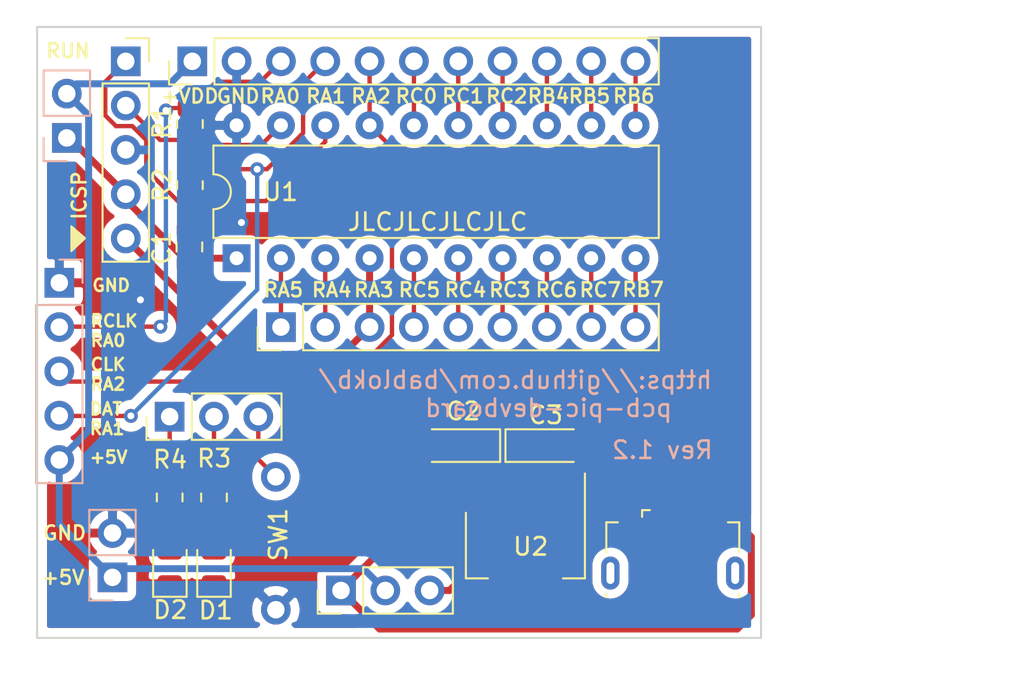
<source format=kicad_pcb>
(kicad_pcb (version 20171130) (host pcbnew 5.1.8-5.1.8)

  (general
    (thickness 1.6)
    (drawings 48)
    (tracks 113)
    (zones 0)
    (modules 21)
    (nets 34)
  )

  (page A4)
  (layers
    (0 F.Cu signal)
    (31 B.Cu signal)
    (32 B.Adhes user)
    (33 F.Adhes user)
    (34 B.Paste user)
    (35 F.Paste user)
    (36 B.SilkS user)
    (37 F.SilkS user)
    (38 B.Mask user)
    (39 F.Mask user)
    (40 Dwgs.User user)
    (41 Cmts.User user)
    (42 Eco1.User user)
    (43 Eco2.User user)
    (44 Edge.Cuts user)
    (45 Margin user)
    (46 B.CrtYd user)
    (47 F.CrtYd user)
    (48 B.Fab user)
    (49 F.Fab user)
  )

  (setup
    (last_trace_width 0.25)
    (trace_clearance 0.2)
    (zone_clearance 0.508)
    (zone_45_only no)
    (trace_min 0.2)
    (via_size 0.8)
    (via_drill 0.4)
    (via_min_size 0.4)
    (via_min_drill 0.3)
    (uvia_size 0.3)
    (uvia_drill 0.1)
    (uvias_allowed no)
    (uvia_min_size 0.2)
    (uvia_min_drill 0.1)
    (edge_width 0.12)
    (segment_width 0.12)
    (pcb_text_width 0.3)
    (pcb_text_size 1.5 1.5)
    (mod_edge_width 0.12)
    (mod_text_size 1 1)
    (mod_text_width 0.15)
    (pad_size 1.7 1.7)
    (pad_drill 1)
    (pad_to_mask_clearance 0)
    (aux_axis_origin 0 0)
    (visible_elements FFFFFF7F)
    (pcbplotparams
      (layerselection 0x010f0_ffffffff)
      (usegerberextensions false)
      (usegerberattributes false)
      (usegerberadvancedattributes false)
      (creategerberjobfile false)
      (excludeedgelayer true)
      (linewidth 0.100000)
      (plotframeref false)
      (viasonmask false)
      (mode 1)
      (useauxorigin false)
      (hpglpennumber 1)
      (hpglpenspeed 20)
      (hpglpendiameter 15.000000)
      (psnegative false)
      (psa4output false)
      (plotreference true)
      (plotvalue false)
      (plotinvisibletext false)
      (padsonsilk true)
      (subtractmaskfromsilk false)
      (outputformat 1)
      (mirror false)
      (drillshape 0)
      (scaleselection 1)
      (outputdirectory "gerber"))
  )

  (net 0 "")
  (net 1 "Net-(C1-Pad2)")
  (net 2 GND)
  (net 3 "Net-(J1-Pad2)")
  (net 4 "Net-(J1-Pad1)")
  (net 5 "Net-(USB1-Pad4)")
  (net 6 "Net-(USB1-Pad3)")
  (net 7 "Net-(USB1-Pad2)")
  (net 8 "Net-(D1-Pad2)")
  (net 9 "Net-(J5-Pad2)")
  (net 10 "Net-(J5-Pad1)")
  (net 11 "Net-(J5-Pad3)")
  (net 12 "Net-(D2-Pad2)")
  (net 13 "Net-(C2-Pad1)")
  (net 14 "Net-(C3-Pad1)")
  (net 15 /RA3)
  (net 16 /RB7)
  (net 17 /RC7)
  (net 18 /RC6)
  (net 19 /RC3)
  (net 20 /RC4)
  (net 21 /RC5)
  (net 22 /RA4)
  (net 23 /RA5)
  (net 24 /RB6)
  (net 25 /RB5)
  (net 26 /RB4)
  (net 27 /RC2)
  (net 28 /RC1)
  (net 29 /RC0)
  (net 30 /RA2)
  (net 31 /RA1)
  (net 32 /RA0)
  (net 33 /+VDD)

  (net_class Default "Dies ist die voreingestellte Netzklasse."
    (clearance 0.2)
    (trace_width 0.25)
    (via_dia 0.8)
    (via_drill 0.4)
    (uvia_dia 0.3)
    (uvia_drill 0.1)
    (add_net /RA0)
    (add_net /RA1)
    (add_net /RA2)
    (add_net /RA4)
    (add_net /RA5)
    (add_net /RB4)
    (add_net /RB5)
    (add_net /RB6)
    (add_net /RB7)
    (add_net /RC0)
    (add_net /RC1)
    (add_net /RC2)
    (add_net /RC3)
    (add_net /RC4)
    (add_net /RC5)
    (add_net /RC6)
    (add_net /RC7)
    (add_net GND)
    (add_net "Net-(D1-Pad2)")
    (add_net "Net-(D2-Pad2)")
    (add_net "Net-(J1-Pad1)")
    (add_net "Net-(J1-Pad2)")
    (add_net "Net-(J5-Pad1)")
    (add_net "Net-(J5-Pad2)")
    (add_net "Net-(J5-Pad3)")
    (add_net "Net-(USB1-Pad2)")
    (add_net "Net-(USB1-Pad3)")
    (add_net "Net-(USB1-Pad4)")
  )

  (net_class +5V ""
    (clearance 0.2)
    (trace_width 0.4)
    (via_dia 0.6)
    (via_drill 0.3)
    (uvia_dia 0.3)
    (uvia_drill 0.1)
    (add_net /+VDD)
    (add_net /RA3)
    (add_net "Net-(C1-Pad2)")
    (add_net "Net-(C2-Pad1)")
    (add_net "Net-(C3-Pad1)")
  )

  (module Package_DIP:DIP-20_W7.62mm (layer F.Cu) (tedit 5A02E8C5) (tstamp 607EBC2E)
    (at 107.95 87.4903 90)
    (descr "20-lead though-hole mounted DIP package, row spacing 7.62 mm (300 mils)")
    (tags "THT DIP DIL PDIP 2.54mm 7.62mm 300mil")
    (path /607B06DB)
    (fp_text reference U1 (at 3.7973 2.5146 180) (layer F.SilkS)
      (effects (font (size 1 1) (thickness 0.15)))
    )
    (fp_text value PIC16F1829-IP (at 3.81 25.19 90) (layer F.Fab) hide
      (effects (font (size 1 1) (thickness 0.15)))
    )
    (fp_text user %R (at 3.81 11.43 90) (layer F.Fab) hide
      (effects (font (size 1 1) (thickness 0.15)))
    )
    (fp_arc (start 3.81 -1.33) (end 2.81 -1.33) (angle -180) (layer F.SilkS) (width 0.12))
    (fp_line (start 1.635 -1.27) (end 6.985 -1.27) (layer F.Fab) (width 0.1))
    (fp_line (start 6.985 -1.27) (end 6.985 24.13) (layer F.Fab) (width 0.1))
    (fp_line (start 6.985 24.13) (end 0.635 24.13) (layer F.Fab) (width 0.1))
    (fp_line (start 0.635 24.13) (end 0.635 -0.27) (layer F.Fab) (width 0.1))
    (fp_line (start 0.635 -0.27) (end 1.635 -1.27) (layer F.Fab) (width 0.1))
    (fp_line (start 2.81 -1.33) (end 1.16 -1.33) (layer F.SilkS) (width 0.12))
    (fp_line (start 1.16 -1.33) (end 1.16 24.19) (layer F.SilkS) (width 0.12))
    (fp_line (start 1.16 24.19) (end 6.46 24.19) (layer F.SilkS) (width 0.12))
    (fp_line (start 6.46 24.19) (end 6.46 -1.33) (layer F.SilkS) (width 0.12))
    (fp_line (start 6.46 -1.33) (end 4.81 -1.33) (layer F.SilkS) (width 0.12))
    (fp_line (start -1.1 -1.55) (end -1.1 24.4) (layer F.CrtYd) (width 0.05))
    (fp_line (start -1.1 24.4) (end 8.7 24.4) (layer F.CrtYd) (width 0.05))
    (fp_line (start 8.7 24.4) (end 8.7 -1.55) (layer F.CrtYd) (width 0.05))
    (fp_line (start 8.7 -1.55) (end -1.1 -1.55) (layer F.CrtYd) (width 0.05))
    (pad 20 thru_hole oval (at 7.62 0 90) (size 1.6 1.6) (drill 0.8) (layers *.Cu *.Mask)
      (net 2 GND))
    (pad 10 thru_hole oval (at 0 22.86 90) (size 1.6 1.6) (drill 0.8) (layers *.Cu *.Mask)
      (net 16 /RB7))
    (pad 19 thru_hole oval (at 7.62 2.54 90) (size 1.6 1.6) (drill 0.8) (layers *.Cu *.Mask)
      (net 3 "Net-(J1-Pad2)"))
    (pad 9 thru_hole oval (at 0 20.32 90) (size 1.6 1.6) (drill 0.8) (layers *.Cu *.Mask)
      (net 17 /RC7))
    (pad 18 thru_hole oval (at 7.62 5.08 90) (size 1.6 1.6) (drill 0.8) (layers *.Cu *.Mask)
      (net 4 "Net-(J1-Pad1)"))
    (pad 8 thru_hole oval (at 0 17.78 90) (size 1.6 1.6) (drill 0.8) (layers *.Cu *.Mask)
      (net 18 /RC6))
    (pad 17 thru_hole oval (at 7.62 7.62 90) (size 1.6 1.6) (drill 0.8) (layers *.Cu *.Mask)
      (net 30 /RA2))
    (pad 7 thru_hole oval (at 0 15.24 90) (size 1.6 1.6) (drill 0.8) (layers *.Cu *.Mask)
      (net 19 /RC3))
    (pad 16 thru_hole oval (at 7.62 10.16 90) (size 1.6 1.6) (drill 0.8) (layers *.Cu *.Mask)
      (net 29 /RC0))
    (pad 6 thru_hole oval (at 0 12.7 90) (size 1.6 1.6) (drill 0.8) (layers *.Cu *.Mask)
      (net 20 /RC4))
    (pad 15 thru_hole oval (at 7.62 12.7 90) (size 1.6 1.6) (drill 0.8) (layers *.Cu *.Mask)
      (net 28 /RC1))
    (pad 5 thru_hole oval (at 0 10.16 90) (size 1.6 1.6) (drill 0.8) (layers *.Cu *.Mask)
      (net 21 /RC5))
    (pad 14 thru_hole oval (at 7.62 15.24 90) (size 1.6 1.6) (drill 0.8) (layers *.Cu *.Mask)
      (net 27 /RC2))
    (pad 4 thru_hole oval (at 0 7.62 90) (size 1.6 1.6) (drill 0.8) (layers *.Cu *.Mask)
      (net 15 /RA3))
    (pad 13 thru_hole oval (at 7.62 17.78 90) (size 1.6 1.6) (drill 0.8) (layers *.Cu *.Mask)
      (net 26 /RB4))
    (pad 3 thru_hole oval (at 0 5.08 90) (size 1.6 1.6) (drill 0.8) (layers *.Cu *.Mask)
      (net 22 /RA4))
    (pad 12 thru_hole oval (at 7.62 20.32 90) (size 1.6 1.6) (drill 0.8) (layers *.Cu *.Mask)
      (net 25 /RB5))
    (pad 2 thru_hole oval (at 0 2.54 90) (size 1.6 1.6) (drill 0.8) (layers *.Cu *.Mask)
      (net 23 /RA5))
    (pad 11 thru_hole oval (at 7.62 22.86 90) (size 1.6 1.6) (drill 0.8) (layers *.Cu *.Mask)
      (net 24 /RB6))
    (pad 1 thru_hole rect (at 0 0 90) (size 1.6 1.6) (drill 0.8) (layers *.Cu *.Mask)
      (net 1 "Net-(C1-Pad2)"))
    (model ${KISYS3DMOD}/Package_DIP.3dshapes/DIP-20_W7.62mm.wrl
      (at (xyz 0 0 0))
      (scale (xyz 1 1 1))
      (rotate (xyz 0 0 0))
    )
  )

  (module Connector_PinHeader_2.54mm:PinHeader_1x11_P2.54mm_Vertical (layer F.Cu) (tedit 59FED5CC) (tstamp 607E9A62)
    (at 105.41 76.2 90)
    (descr "Through hole straight pin header, 1x11, 2.54mm pitch, single row")
    (tags "Through hole pin header THT 1x11 2.54mm single row")
    (path /607F7A8D)
    (fp_text reference J3 (at 0 -2.33 90) (layer F.SilkS) hide
      (effects (font (size 1 1) (thickness 0.15)))
    )
    (fp_text value App_Conn_2 (at 0 27.73 90) (layer F.Fab) hide
      (effects (font (size 1 1) (thickness 0.15)))
    )
    (fp_line (start 1.8 -1.8) (end -1.8 -1.8) (layer F.CrtYd) (width 0.05))
    (fp_line (start 1.8 27.2) (end 1.8 -1.8) (layer F.CrtYd) (width 0.05))
    (fp_line (start -1.8 27.2) (end 1.8 27.2) (layer F.CrtYd) (width 0.05))
    (fp_line (start -1.8 -1.8) (end -1.8 27.2) (layer F.CrtYd) (width 0.05))
    (fp_line (start -1.33 -1.33) (end 0 -1.33) (layer F.SilkS) (width 0.12))
    (fp_line (start -1.33 0) (end -1.33 -1.33) (layer F.SilkS) (width 0.12))
    (fp_line (start -1.33 1.27) (end 1.33 1.27) (layer F.SilkS) (width 0.12))
    (fp_line (start 1.33 1.27) (end 1.33 26.73) (layer F.SilkS) (width 0.12))
    (fp_line (start -1.33 1.27) (end -1.33 26.73) (layer F.SilkS) (width 0.12))
    (fp_line (start -1.33 26.73) (end 1.33 26.73) (layer F.SilkS) (width 0.12))
    (fp_line (start -1.27 -0.635) (end -0.635 -1.27) (layer F.Fab) (width 0.1))
    (fp_line (start -1.27 26.67) (end -1.27 -0.635) (layer F.Fab) (width 0.1))
    (fp_line (start 1.27 26.67) (end -1.27 26.67) (layer F.Fab) (width 0.1))
    (fp_line (start 1.27 -1.27) (end 1.27 26.67) (layer F.Fab) (width 0.1))
    (fp_line (start -0.635 -1.27) (end 1.27 -1.27) (layer F.Fab) (width 0.1))
    (fp_text user %R (at 0 12.7) (layer F.Fab)
      (effects (font (size 1 1) (thickness 0.15)))
    )
    (pad 11 thru_hole oval (at 0 25.4 90) (size 1.7 1.7) (drill 1) (layers *.Cu *.Mask)
      (net 24 /RB6))
    (pad 10 thru_hole oval (at 0 22.86 90) (size 1.7 1.7) (drill 1) (layers *.Cu *.Mask)
      (net 25 /RB5))
    (pad 9 thru_hole oval (at 0 20.32 90) (size 1.7 1.7) (drill 1) (layers *.Cu *.Mask)
      (net 26 /RB4))
    (pad 8 thru_hole oval (at 0 17.78 90) (size 1.7 1.7) (drill 1) (layers *.Cu *.Mask)
      (net 27 /RC2))
    (pad 7 thru_hole oval (at 0 15.24 90) (size 1.7 1.7) (drill 1) (layers *.Cu *.Mask)
      (net 28 /RC1))
    (pad 6 thru_hole oval (at 0 12.7 90) (size 1.7 1.7) (drill 1) (layers *.Cu *.Mask)
      (net 29 /RC0))
    (pad 5 thru_hole oval (at 0 10.16 90) (size 1.7 1.7) (drill 1) (layers *.Cu *.Mask)
      (net 30 /RA2))
    (pad 4 thru_hole oval (at 0 7.62 90) (size 1.7 1.7) (drill 1) (layers *.Cu *.Mask)
      (net 31 /RA1))
    (pad 3 thru_hole oval (at 0 5.08 90) (size 1.7 1.7) (drill 1) (layers *.Cu *.Mask)
      (net 32 /RA0))
    (pad 2 thru_hole oval (at 0 2.54 90) (size 1.7 1.7) (drill 1) (layers *.Cu *.Mask)
      (net 2 GND))
    (pad 1 thru_hole rect (at 0 0 90) (size 1.7 1.7) (drill 1) (layers *.Cu *.Mask)
      (net 33 /+VDD))
    (model ${KISYS3DMOD}/Connector_PinHeader_2.54mm.3dshapes/PinHeader_1x11_P2.54mm_Vertical.wrl
      (at (xyz 0 0 0))
      (scale (xyz 1 1 1))
      (rotate (xyz 0 0 0))
    )
  )

  (module Connector_PinHeader_2.54mm:PinHeader_1x09_P2.54mm_Vertical (layer F.Cu) (tedit 59FED5CC) (tstamp 607E9A45)
    (at 110.49 91.44 90)
    (descr "Through hole straight pin header, 1x09, 2.54mm pitch, single row")
    (tags "Through hole pin header THT 1x09 2.54mm single row")
    (path /607EC51A)
    (fp_text reference J2 (at 0 -2.33 90) (layer F.SilkS) hide
      (effects (font (size 1 1) (thickness 0.15)))
    )
    (fp_text value App_Conn_1 (at 0 22.65 90) (layer F.Fab) hide
      (effects (font (size 1 1) (thickness 0.15)))
    )
    (fp_line (start 1.8 -1.8) (end -1.8 -1.8) (layer F.CrtYd) (width 0.05))
    (fp_line (start 1.8 22.1) (end 1.8 -1.8) (layer F.CrtYd) (width 0.05))
    (fp_line (start -1.8 22.1) (end 1.8 22.1) (layer F.CrtYd) (width 0.05))
    (fp_line (start -1.8 -1.8) (end -1.8 22.1) (layer F.CrtYd) (width 0.05))
    (fp_line (start -1.33 -1.33) (end 0 -1.33) (layer F.SilkS) (width 0.12))
    (fp_line (start -1.33 0) (end -1.33 -1.33) (layer F.SilkS) (width 0.12))
    (fp_line (start -1.33 1.27) (end 1.33 1.27) (layer F.SilkS) (width 0.12))
    (fp_line (start 1.33 1.27) (end 1.33 21.65) (layer F.SilkS) (width 0.12))
    (fp_line (start -1.33 1.27) (end -1.33 21.65) (layer F.SilkS) (width 0.12))
    (fp_line (start -1.33 21.65) (end 1.33 21.65) (layer F.SilkS) (width 0.12))
    (fp_line (start -1.27 -0.635) (end -0.635 -1.27) (layer F.Fab) (width 0.1))
    (fp_line (start -1.27 21.59) (end -1.27 -0.635) (layer F.Fab) (width 0.1))
    (fp_line (start 1.27 21.59) (end -1.27 21.59) (layer F.Fab) (width 0.1))
    (fp_line (start 1.27 -1.27) (end 1.27 21.59) (layer F.Fab) (width 0.1))
    (fp_line (start -0.635 -1.27) (end 1.27 -1.27) (layer F.Fab) (width 0.1))
    (fp_text user %R (at 0 10.16) (layer F.Fab)
      (effects (font (size 1 1) (thickness 0.15)))
    )
    (pad 9 thru_hole oval (at 0 20.32 90) (size 1.7 1.7) (drill 1) (layers *.Cu *.Mask)
      (net 16 /RB7))
    (pad 8 thru_hole oval (at 0 17.78 90) (size 1.7 1.7) (drill 1) (layers *.Cu *.Mask)
      (net 17 /RC7))
    (pad 7 thru_hole oval (at 0 15.24 90) (size 1.7 1.7) (drill 1) (layers *.Cu *.Mask)
      (net 18 /RC6))
    (pad 6 thru_hole oval (at 0 12.7 90) (size 1.7 1.7) (drill 1) (layers *.Cu *.Mask)
      (net 19 /RC3))
    (pad 5 thru_hole oval (at 0 10.16 90) (size 1.7 1.7) (drill 1) (layers *.Cu *.Mask)
      (net 20 /RC4))
    (pad 4 thru_hole oval (at 0 7.62 90) (size 1.7 1.7) (drill 1) (layers *.Cu *.Mask)
      (net 21 /RC5))
    (pad 3 thru_hole oval (at 0 5.08 90) (size 1.7 1.7) (drill 1) (layers *.Cu *.Mask)
      (net 15 /RA3))
    (pad 2 thru_hole oval (at 0 2.54 90) (size 1.7 1.7) (drill 1) (layers *.Cu *.Mask)
      (net 22 /RA4))
    (pad 1 thru_hole rect (at 0 0 90) (size 1.7 1.7) (drill 1) (layers *.Cu *.Mask)
      (net 23 /RA5))
    (model ${KISYS3DMOD}/Connector_PinHeader_2.54mm.3dshapes/PinHeader_1x09_P2.54mm_Vertical.wrl
      (at (xyz 0 0 0))
      (scale (xyz 1 1 1))
      (rotate (xyz 0 0 0))
    )
  )

  (module Resistor_SMD:R_0805_2012Metric (layer F.Cu) (tedit 5F68FEEE) (tstamp 607EC8F9)
    (at 104.1146 101.2061 90)
    (descr "Resistor SMD 0805 (2012 Metric), square (rectangular) end terminal, IPC_7351 nominal, (Body size source: IPC-SM-782 page 72, https://www.pcb-3d.com/wordpress/wp-content/uploads/ipc-sm-782a_amendment_1_and_2.pdf), generated with kicad-footprint-generator")
    (tags resistor)
    (path /5F9EC54C)
    (attr smd)
    (fp_text reference R4 (at 2.1715 0.0254 180) (layer F.SilkS)
      (effects (font (size 1 1) (thickness 0.15)))
    )
    (fp_text value 1kΩ (at 0 1.65 90) (layer F.Fab) hide
      (effects (font (size 1 1) (thickness 0.15)))
    )
    (fp_line (start 1.68 0.95) (end -1.68 0.95) (layer F.CrtYd) (width 0.05))
    (fp_line (start 1.68 -0.95) (end 1.68 0.95) (layer F.CrtYd) (width 0.05))
    (fp_line (start -1.68 -0.95) (end 1.68 -0.95) (layer F.CrtYd) (width 0.05))
    (fp_line (start -1.68 0.95) (end -1.68 -0.95) (layer F.CrtYd) (width 0.05))
    (fp_line (start -0.227064 0.735) (end 0.227064 0.735) (layer F.SilkS) (width 0.12))
    (fp_line (start -0.227064 -0.735) (end 0.227064 -0.735) (layer F.SilkS) (width 0.12))
    (fp_line (start 1 0.625) (end -1 0.625) (layer F.Fab) (width 0.1))
    (fp_line (start 1 -0.625) (end 1 0.625) (layer F.Fab) (width 0.1))
    (fp_line (start -1 -0.625) (end 1 -0.625) (layer F.Fab) (width 0.1))
    (fp_line (start -1 0.625) (end -1 -0.625) (layer F.Fab) (width 0.1))
    (fp_text user %R (at 0 0 90) (layer F.Fab)
      (effects (font (size 0.5 0.5) (thickness 0.08)))
    )
    (pad 2 smd roundrect (at 0.9125 0 90) (size 1.025 1.4) (layers F.Cu F.Paste F.Mask) (roundrect_rratio 0.243902)
      (net 10 "Net-(J5-Pad1)"))
    (pad 1 smd roundrect (at -0.9125 0 90) (size 1.025 1.4) (layers F.Cu F.Paste F.Mask) (roundrect_rratio 0.243902)
      (net 12 "Net-(D2-Pad2)"))
    (model ${KISYS3DMOD}/Resistor_SMD.3dshapes/R_0805_2012Metric.wrl
      (at (xyz 0 0 0))
      (scale (xyz 1 1 1))
      (rotate (xyz 0 0 0))
    )
  )

  (module Resistor_SMD:R_0805_2012Metric (layer F.Cu) (tedit 5F68FEEE) (tstamp 607EC8C9)
    (at 106.6546 101.2061 90)
    (descr "Resistor SMD 0805 (2012 Metric), square (rectangular) end terminal, IPC_7351 nominal, (Body size source: IPC-SM-782 page 72, https://www.pcb-3d.com/wordpress/wp-content/uploads/ipc-sm-782a_amendment_1_and_2.pdf), generated with kicad-footprint-generator")
    (tags resistor)
    (path /5F9D00BF)
    (attr smd)
    (fp_text reference R3 (at 2.235 0.0127 180) (layer F.SilkS)
      (effects (font (size 1 1) (thickness 0.15)))
    )
    (fp_text value 1kΩ (at 0 1.65 90) (layer F.Fab) hide
      (effects (font (size 1 1) (thickness 0.15)))
    )
    (fp_line (start 1.68 0.95) (end -1.68 0.95) (layer F.CrtYd) (width 0.05))
    (fp_line (start 1.68 -0.95) (end 1.68 0.95) (layer F.CrtYd) (width 0.05))
    (fp_line (start -1.68 -0.95) (end 1.68 -0.95) (layer F.CrtYd) (width 0.05))
    (fp_line (start -1.68 0.95) (end -1.68 -0.95) (layer F.CrtYd) (width 0.05))
    (fp_line (start -0.227064 0.735) (end 0.227064 0.735) (layer F.SilkS) (width 0.12))
    (fp_line (start -0.227064 -0.735) (end 0.227064 -0.735) (layer F.SilkS) (width 0.12))
    (fp_line (start 1 0.625) (end -1 0.625) (layer F.Fab) (width 0.1))
    (fp_line (start 1 -0.625) (end 1 0.625) (layer F.Fab) (width 0.1))
    (fp_line (start -1 -0.625) (end 1 -0.625) (layer F.Fab) (width 0.1))
    (fp_line (start -1 0.625) (end -1 -0.625) (layer F.Fab) (width 0.1))
    (fp_text user %R (at 0 0 90) (layer F.Fab)
      (effects (font (size 0.5 0.5) (thickness 0.08)))
    )
    (pad 2 smd roundrect (at 0.9125 0 90) (size 1.025 1.4) (layers F.Cu F.Paste F.Mask) (roundrect_rratio 0.243902)
      (net 9 "Net-(J5-Pad2)"))
    (pad 1 smd roundrect (at -0.9125 0 90) (size 1.025 1.4) (layers F.Cu F.Paste F.Mask) (roundrect_rratio 0.243902)
      (net 8 "Net-(D1-Pad2)"))
    (model ${KISYS3DMOD}/Resistor_SMD.3dshapes/R_0805_2012Metric.wrl
      (at (xyz 0 0 0))
      (scale (xyz 1 1 1))
      (rotate (xyz 0 0 0))
    )
  )

  (module Resistor_SMD:R_0805_2012Metric (layer F.Cu) (tedit 5F68FEEE) (tstamp 5F4F901B)
    (at 105.2749 83.2993 90)
    (descr "Resistor SMD 0805 (2012 Metric), square (rectangular) end terminal, IPC_7351 nominal, (Body size source: IPC-SM-782 page 72, https://www.pcb-3d.com/wordpress/wp-content/uploads/ipc-sm-782a_amendment_1_and_2.pdf), generated with kicad-footprint-generator")
    (tags resistor)
    (path /5F4BAC46)
    (attr smd)
    (fp_text reference R2 (at 0 -1.5921 90) (layer F.SilkS)
      (effects (font (size 1 1) (thickness 0.15)))
    )
    (fp_text value 1K (at 0 1.65 90) (layer F.Fab) hide
      (effects (font (size 1 1) (thickness 0.15)))
    )
    (fp_line (start 1.68 0.95) (end -1.68 0.95) (layer F.CrtYd) (width 0.05))
    (fp_line (start 1.68 -0.95) (end 1.68 0.95) (layer F.CrtYd) (width 0.05))
    (fp_line (start -1.68 -0.95) (end 1.68 -0.95) (layer F.CrtYd) (width 0.05))
    (fp_line (start -1.68 0.95) (end -1.68 -0.95) (layer F.CrtYd) (width 0.05))
    (fp_line (start -0.227064 0.735) (end 0.227064 0.735) (layer F.SilkS) (width 0.12))
    (fp_line (start -0.227064 -0.735) (end 0.227064 -0.735) (layer F.SilkS) (width 0.12))
    (fp_line (start 1 0.625) (end -1 0.625) (layer F.Fab) (width 0.1))
    (fp_line (start 1 -0.625) (end 1 0.625) (layer F.Fab) (width 0.1))
    (fp_line (start -1 -0.625) (end 1 -0.625) (layer F.Fab) (width 0.1))
    (fp_line (start -1 0.625) (end -1 -0.625) (layer F.Fab) (width 0.1))
    (fp_text user %R (at 0 0 90) (layer F.Fab) hide
      (effects (font (size 0.5 0.5) (thickness 0.08)))
    )
    (pad 2 smd roundrect (at 0.9125 0 90) (size 1.025 1.4) (layers F.Cu F.Paste F.Mask) (roundrect_rratio 0.243902)
      (net 31 /RA1))
    (pad 1 smd roundrect (at -0.9125 0 90) (size 1.025 1.4) (layers F.Cu F.Paste F.Mask) (roundrect_rratio 0.243902)
      (net 4 "Net-(J1-Pad1)"))
    (model ${KISYS3DMOD}/Resistor_SMD.3dshapes/R_0805_2012Metric.wrl
      (at (xyz 0 0 0))
      (scale (xyz 1 1 1))
      (rotate (xyz 0 0 0))
    )
  )

  (module Resistor_SMD:R_0805_2012Metric (layer F.Cu) (tedit 5F68FEEE) (tstamp 5F4F8EB9)
    (at 105.2749 79.7941 90)
    (descr "Resistor SMD 0805 (2012 Metric), square (rectangular) end terminal, IPC_7351 nominal, (Body size source: IPC-SM-782 page 72, https://www.pcb-3d.com/wordpress/wp-content/uploads/ipc-sm-782a_amendment_1_and_2.pdf), generated with kicad-footprint-generator")
    (tags resistor)
    (path /5F4BA8C0)
    (attr smd)
    (fp_text reference R1 (at 0.1016 -1.6048 90) (layer F.SilkS)
      (effects (font (size 1 1) (thickness 0.15)))
    )
    (fp_text value 1K (at 0 1.65 90) (layer F.Fab) hide
      (effects (font (size 1 1) (thickness 0.15)))
    )
    (fp_line (start 1.68 0.95) (end -1.68 0.95) (layer F.CrtYd) (width 0.05))
    (fp_line (start 1.68 -0.95) (end 1.68 0.95) (layer F.CrtYd) (width 0.05))
    (fp_line (start -1.68 -0.95) (end 1.68 -0.95) (layer F.CrtYd) (width 0.05))
    (fp_line (start -1.68 0.95) (end -1.68 -0.95) (layer F.CrtYd) (width 0.05))
    (fp_line (start -0.227064 0.735) (end 0.227064 0.735) (layer F.SilkS) (width 0.12))
    (fp_line (start -0.227064 -0.735) (end 0.227064 -0.735) (layer F.SilkS) (width 0.12))
    (fp_line (start 1 0.625) (end -1 0.625) (layer F.Fab) (width 0.1))
    (fp_line (start 1 -0.625) (end 1 0.625) (layer F.Fab) (width 0.1))
    (fp_line (start -1 -0.625) (end 1 -0.625) (layer F.Fab) (width 0.1))
    (fp_line (start -1 0.625) (end -1 -0.625) (layer F.Fab) (width 0.1))
    (fp_text user %R (at 0 0 90) (layer F.Fab) hide
      (effects (font (size 0.5 0.5) (thickness 0.08)))
    )
    (pad 2 smd roundrect (at 0.9125 0 90) (size 1.025 1.4) (layers F.Cu F.Paste F.Mask) (roundrect_rratio 0.243902)
      (net 32 /RA0))
    (pad 1 smd roundrect (at -0.9125 0 90) (size 1.025 1.4) (layers F.Cu F.Paste F.Mask) (roundrect_rratio 0.243902)
      (net 3 "Net-(J1-Pad2)"))
    (model ${KISYS3DMOD}/Resistor_SMD.3dshapes/R_0805_2012Metric.wrl
      (at (xyz 0 0 0))
      (scale (xyz 1 1 1))
      (rotate (xyz 0 0 0))
    )
  )

  (module LED_SMD:LED_0805_2012Metric (layer F.Cu) (tedit 5F68FEF1) (tstamp 607EC814)
    (at 104.1273 105.2195 90)
    (descr "LED SMD 0805 (2012 Metric), square (rectangular) end terminal, IPC_7351 nominal, (Body size source: https://docs.google.com/spreadsheets/d/1BsfQQcO9C6DZCsRaXUlFlo91Tg2WpOkGARC1WS5S8t0/edit?usp=sharing), generated with kicad-footprint-generator")
    (tags LED)
    (path /5F9EC552)
    (attr smd)
    (fp_text reference D2 (at -2.4384 0.0254 180) (layer F.SilkS)
      (effects (font (size 1 1) (thickness 0.15)))
    )
    (fp_text value LED (at 0 1.65 90) (layer F.Fab) hide
      (effects (font (size 1 1) (thickness 0.15)))
    )
    (fp_line (start 1.68 0.95) (end -1.68 0.95) (layer F.CrtYd) (width 0.05))
    (fp_line (start 1.68 -0.95) (end 1.68 0.95) (layer F.CrtYd) (width 0.05))
    (fp_line (start -1.68 -0.95) (end 1.68 -0.95) (layer F.CrtYd) (width 0.05))
    (fp_line (start -1.68 0.95) (end -1.68 -0.95) (layer F.CrtYd) (width 0.05))
    (fp_line (start -1.685 0.96) (end 1 0.96) (layer F.SilkS) (width 0.12))
    (fp_line (start -1.685 -0.96) (end -1.685 0.96) (layer F.SilkS) (width 0.12))
    (fp_line (start 1 -0.96) (end -1.685 -0.96) (layer F.SilkS) (width 0.12))
    (fp_line (start 1 0.6) (end 1 -0.6) (layer F.Fab) (width 0.1))
    (fp_line (start -1 0.6) (end 1 0.6) (layer F.Fab) (width 0.1))
    (fp_line (start -1 -0.3) (end -1 0.6) (layer F.Fab) (width 0.1))
    (fp_line (start -0.7 -0.6) (end -1 -0.3) (layer F.Fab) (width 0.1))
    (fp_line (start 1 -0.6) (end -0.7 -0.6) (layer F.Fab) (width 0.1))
    (fp_text user %R (at 0 0 90) (layer F.Fab)
      (effects (font (size 0.5 0.5) (thickness 0.08)))
    )
    (pad 2 smd roundrect (at 0.9375 0 90) (size 0.975 1.4) (layers F.Cu F.Paste F.Mask) (roundrect_rratio 0.25)
      (net 12 "Net-(D2-Pad2)"))
    (pad 1 smd roundrect (at -0.9375 0 90) (size 0.975 1.4) (layers F.Cu F.Paste F.Mask) (roundrect_rratio 0.25)
      (net 2 GND))
    (model ${KISYS3DMOD}/LED_SMD.3dshapes/LED_0805_2012Metric.wrl
      (at (xyz 0 0 0))
      (scale (xyz 1 1 1))
      (rotate (xyz 0 0 0))
    )
  )

  (module LED_SMD:LED_0805_2012Metric (layer F.Cu) (tedit 5F68FEF1) (tstamp 607EC84A)
    (at 106.6546 105.2195 90)
    (descr "LED SMD 0805 (2012 Metric), square (rectangular) end terminal, IPC_7351 nominal, (Body size source: https://docs.google.com/spreadsheets/d/1BsfQQcO9C6DZCsRaXUlFlo91Tg2WpOkGARC1WS5S8t0/edit?usp=sharing), generated with kicad-footprint-generator")
    (tags LED)
    (path /5F9D1E69)
    (attr smd)
    (fp_text reference D1 (at -2.4638 0.1016 180) (layer F.SilkS)
      (effects (font (size 1 1) (thickness 0.15)))
    )
    (fp_text value LED (at 0 1.65 90) (layer F.Fab) hide
      (effects (font (size 1 1) (thickness 0.15)))
    )
    (fp_line (start 1.68 0.95) (end -1.68 0.95) (layer F.CrtYd) (width 0.05))
    (fp_line (start 1.68 -0.95) (end 1.68 0.95) (layer F.CrtYd) (width 0.05))
    (fp_line (start -1.68 -0.95) (end 1.68 -0.95) (layer F.CrtYd) (width 0.05))
    (fp_line (start -1.68 0.95) (end -1.68 -0.95) (layer F.CrtYd) (width 0.05))
    (fp_line (start -1.685 0.96) (end 1 0.96) (layer F.SilkS) (width 0.12))
    (fp_line (start -1.685 -0.96) (end -1.685 0.96) (layer F.SilkS) (width 0.12))
    (fp_line (start 1 -0.96) (end -1.685 -0.96) (layer F.SilkS) (width 0.12))
    (fp_line (start 1 0.6) (end 1 -0.6) (layer F.Fab) (width 0.1))
    (fp_line (start -1 0.6) (end 1 0.6) (layer F.Fab) (width 0.1))
    (fp_line (start -1 -0.3) (end -1 0.6) (layer F.Fab) (width 0.1))
    (fp_line (start -0.7 -0.6) (end -1 -0.3) (layer F.Fab) (width 0.1))
    (fp_line (start 1 -0.6) (end -0.7 -0.6) (layer F.Fab) (width 0.1))
    (fp_text user %R (at 0 0 90) (layer F.Fab)
      (effects (font (size 0.5 0.5) (thickness 0.08)))
    )
    (pad 2 smd roundrect (at 0.9375 0 90) (size 0.975 1.4) (layers F.Cu F.Paste F.Mask) (roundrect_rratio 0.25)
      (net 8 "Net-(D1-Pad2)"))
    (pad 1 smd roundrect (at -0.9375 0 90) (size 0.975 1.4) (layers F.Cu F.Paste F.Mask) (roundrect_rratio 0.25)
      (net 2 GND))
    (model ${KISYS3DMOD}/LED_SMD.3dshapes/LED_0805_2012Metric.wrl
      (at (xyz 0 0 0))
      (scale (xyz 1 1 1))
      (rotate (xyz 0 0 0))
    )
  )

  (module Capacitor_SMD:C_0805_2012Metric (layer F.Cu) (tedit 5F68FEEE) (tstamp 5F6E0C86)
    (at 105.2449 86.8426 270)
    (descr "Capacitor SMD 0805 (2012 Metric), square (rectangular) end terminal, IPC_7351 nominal, (Body size source: IPC-SM-782 page 76, https://www.pcb-3d.com/wordpress/wp-content/uploads/ipc-sm-782a_amendment_1_and_2.pdf, https://docs.google.com/spreadsheets/d/1BsfQQcO9C6DZCsRaXUlFlo91Tg2WpOkGARC1WS5S8t0/edit?usp=sharing), generated with kicad-footprint-generator")
    (tags capacitor)
    (path /5F062C50)
    (attr smd)
    (fp_text reference C1 (at 0.0635 1.5875 90) (layer F.SilkS)
      (effects (font (size 1 1) (thickness 0.15)))
    )
    (fp_text value 100nF (at 0 1.68 90) (layer F.Fab) hide
      (effects (font (size 1 1) (thickness 0.15)))
    )
    (fp_line (start 1.7 0.98) (end -1.7 0.98) (layer F.CrtYd) (width 0.05))
    (fp_line (start 1.7 -0.98) (end 1.7 0.98) (layer F.CrtYd) (width 0.05))
    (fp_line (start -1.7 -0.98) (end 1.7 -0.98) (layer F.CrtYd) (width 0.05))
    (fp_line (start -1.7 0.98) (end -1.7 -0.98) (layer F.CrtYd) (width 0.05))
    (fp_line (start -0.261252 0.735) (end 0.261252 0.735) (layer F.SilkS) (width 0.12))
    (fp_line (start -0.261252 -0.735) (end 0.261252 -0.735) (layer F.SilkS) (width 0.12))
    (fp_line (start 1 0.625) (end -1 0.625) (layer F.Fab) (width 0.1))
    (fp_line (start 1 -0.625) (end 1 0.625) (layer F.Fab) (width 0.1))
    (fp_line (start -1 -0.625) (end 1 -0.625) (layer F.Fab) (width 0.1))
    (fp_line (start -1 0.625) (end -1 -0.625) (layer F.Fab) (width 0.1))
    (fp_text user %R (at 0 0 90) (layer F.Fab)
      (effects (font (size 0.5 0.5) (thickness 0.08)))
    )
    (pad 2 smd roundrect (at 0.95 0 270) (size 1 1.45) (layers F.Cu F.Paste F.Mask) (roundrect_rratio 0.25)
      (net 1 "Net-(C1-Pad2)"))
    (pad 1 smd roundrect (at -0.95 0 270) (size 1 1.45) (layers F.Cu F.Paste F.Mask) (roundrect_rratio 0.25)
      (net 2 GND))
    (model ${KISYS3DMOD}/Capacitor_SMD.3dshapes/C_0805_2012Metric.wrl
      (at (xyz 0 0 0))
      (scale (xyz 1 1 1))
      (rotate (xyz 0 0 0))
    )
  )

  (module user:SW_PUSH_SLIM_1x4 (layer F.Cu) (tedit 607AD34A) (tstamp 607EC7EE)
    (at 110.1979 100.0271 270)
    (descr "Prototyping Area")
    (tags connector)
    (path /5F9D3FD3)
    (attr virtual)
    (fp_text reference SW1 (at 3.31 -0.14 90) (layer F.SilkS)
      (effects (font (size 1 1) (thickness 0.15)))
    )
    (fp_text value SW_Push (at 3.73126 2.92608 90) (layer F.Fab) hide
      (effects (font (size 1 1) (thickness 0.15)))
    )
    (fp_line (start 8.89 -1.8) (end 8.89 1.8) (layer F.CrtYd) (width 0.05))
    (fp_line (start -1.27 1.8) (end 8.89 1.8) (layer F.CrtYd) (width 0.05))
    (fp_line (start -1.27 -1.8) (end -1.27 1.8) (layer F.CrtYd) (width 0.05))
    (fp_line (start -1.27 -1.8) (end 8.89 -1.8) (layer F.CrtYd) (width 0.05))
    (fp_text user %R (at 1.27 1.27 90) (layer F.Fab) hide
      (effects (font (size 1 1) (thickness 0.15)))
    )
    (pad 2 thru_hole circle (at 7.62 0 270) (size 1.7 1.7) (drill 1) (layers *.Cu *.Mask)
      (net 2 GND))
    (pad 1 thru_hole circle (at 0 0 270) (size 1.7 1.7) (drill 1) (layers *.Cu *.Mask)
      (net 11 "Net-(J5-Pad3)"))
  )

  (module Connector_USB:USB_Micro-B_GCT_USB3076-30-A (layer F.Cu) (tedit 5A170D03) (tstamp 5F6606F9)
    (at 132.9436 104.3451)
    (descr "GCT Micro USB https://gct.co/files/drawings/usb3076.pdf")
    (tags "Micro-USB SMD Typ-B GCT")
    (path /5F660F6B)
    (attr smd)
    (fp_text reference USB1 (at 0 -3.3) (layer F.SilkS) hide
      (effects (font (size 1 1) (thickness 0.15)))
    )
    (fp_text value Micro-USB_Breakout (at 0 5.2) (layer F.Fab) hide
      (effects (font (size 1 1) (thickness 0.15)))
    )
    (fp_line (start -4.6 4.45) (end 4.6 4.45) (layer F.CrtYd) (width 0.05))
    (fp_line (start 4.6 -2.65) (end 4.6 4.45) (layer F.CrtYd) (width 0.05))
    (fp_line (start -4.6 -2.65) (end 4.6 -2.65) (layer F.CrtYd) (width 0.05))
    (fp_line (start -4.6 4.45) (end -4.6 -2.65) (layer F.CrtYd) (width 0.05))
    (fp_line (start -3.81 -1.71) (end -3.15 -1.71) (layer F.SilkS) (width 0.12))
    (fp_line (start -3.81 0.02) (end -3.81 -1.71) (layer F.SilkS) (width 0.12))
    (fp_line (start 3.81 2.59) (end 3.81 2.38) (layer F.SilkS) (width 0.12))
    (fp_line (start 3.7 3.95) (end 3.7 -1.6) (layer F.Fab) (width 0.1))
    (fp_line (start -3 2.65) (end 3 2.65) (layer F.Fab) (width 0.1))
    (fp_line (start -3.7 3.95) (end 3.7 3.95) (layer F.Fab) (width 0.1))
    (fp_line (start -3.7 -1.6) (end 3.7 -1.6) (layer F.Fab) (width 0.1))
    (fp_line (start -3.7 3.95) (end -3.7 -1.6) (layer F.Fab) (width 0.1))
    (fp_line (start -3.81 2.59) (end -3.81 2.38) (layer F.SilkS) (width 0.12))
    (fp_line (start 3.81 0.02) (end 3.81 -1.71) (layer F.SilkS) (width 0.12))
    (fp_line (start 3.81 -1.71) (end 3.16 -1.71) (layer F.SilkS) (width 0.12))
    (fp_line (start -1.76 -2.41) (end -1.31 -2.41) (layer F.SilkS) (width 0.12))
    (fp_line (start -1.76 -2.41) (end -1.76 -2.02) (layer F.SilkS) (width 0.12))
    (fp_line (start -1.3 -1.75) (end -1.5 -1.95) (layer F.Fab) (width 0.1))
    (fp_line (start -1.1 -1.95) (end -1.3 -1.75) (layer F.Fab) (width 0.1))
    (fp_line (start -1.5 -2.16) (end -1.1 -2.16) (layer F.Fab) (width 0.1))
    (fp_line (start -1.5 -2.16) (end -1.5 -1.95) (layer F.Fab) (width 0.1))
    (fp_line (start -1.1 -2.16) (end -1.1 -1.95) (layer F.Fab) (width 0.1))
    (fp_text user %R (at 0 0.85) (layer F.Fab)
      (effects (font (size 1 1) (thickness 0.15)))
    )
    (fp_text user "PCB Edge" (at 0 2.65) (layer Dwgs.User)
      (effects (font (size 0.5 0.5) (thickness 0.08)))
    )
    (pad 6 smd rect (at -2.32 -1.03) (size 1.15 1.45) (layers F.Cu F.Paste F.Mask))
    (pad 6 smd rect (at 2.32 -1.03) (size 1.15 1.45) (layers F.Cu F.Paste F.Mask))
    (pad 6 thru_hole oval (at 3.575 1.2) (size 1.05 1.9) (drill oval 0.45 1.25) (layers *.Cu *.Mask))
    (pad 6 thru_hole oval (at -3.575 1.2 180) (size 1.05 1.9) (drill oval 0.45 1.25) (layers *.Cu *.Mask))
    (pad 6 smd rect (at -1.125 1.2) (size 1.75 1.9) (layers F.Cu F.Paste F.Mask))
    (pad 3 smd rect (at 0 -1.45) (size 0.4 1.4) (layers F.Cu F.Paste F.Mask)
      (net 6 "Net-(USB1-Pad3)"))
    (pad 4 smd rect (at 0.65 -1.45) (size 0.4 1.4) (layers F.Cu F.Paste F.Mask)
      (net 5 "Net-(USB1-Pad4)"))
    (pad 5 smd rect (at 1.3 -1.45) (size 0.4 1.4) (layers F.Cu F.Paste F.Mask)
      (net 13 "Net-(C2-Pad1)"))
    (pad 1 smd rect (at -1.3 -1.45) (size 0.4 1.4) (layers F.Cu F.Paste F.Mask)
      (net 2 GND))
    (pad 2 smd rect (at -0.65 -1.45) (size 0.4 1.4) (layers F.Cu F.Paste F.Mask)
      (net 7 "Net-(USB1-Pad2)"))
    (pad 6 smd rect (at 1.125 1.2) (size 1.75 1.9) (layers F.Cu F.Paste F.Mask))
    (model ${KISYS3DMOD}/Connector_USB.3dshapes/USB_Micro-B_GCT_USB3076-30-A.wrl
      (at (xyz 0 0 0))
      (scale (xyz 1 1 1))
      (rotate (xyz 0 0 0))
    )
  )

  (module Package_TO_SOT_SMD:SOT-223 (layer F.Cu) (tedit 5A02FF57) (tstamp 607E9C0E)
    (at 124.4981 103.9387 270)
    (descr "module CMS SOT223 4 pins")
    (tags "CMS SOT")
    (path /607BE28C)
    (attr smd)
    (fp_text reference U2 (at 0.087 -0.3048 180) (layer F.SilkS)
      (effects (font (size 1 1) (thickness 0.15)))
    )
    (fp_text value TLV1117-33 (at 0 4.5 90) (layer F.Fab) hide
      (effects (font (size 1 1) (thickness 0.15)))
    )
    (fp_line (start -1.85 -2.3) (end -0.8 -3.35) (layer F.Fab) (width 0.1))
    (fp_line (start 1.91 3.41) (end 1.91 2.15) (layer F.SilkS) (width 0.12))
    (fp_line (start 1.91 -3.41) (end 1.91 -2.15) (layer F.SilkS) (width 0.12))
    (fp_line (start 4.4 -3.6) (end -4.4 -3.6) (layer F.CrtYd) (width 0.05))
    (fp_line (start 4.4 3.6) (end 4.4 -3.6) (layer F.CrtYd) (width 0.05))
    (fp_line (start -4.4 3.6) (end 4.4 3.6) (layer F.CrtYd) (width 0.05))
    (fp_line (start -4.4 -3.6) (end -4.4 3.6) (layer F.CrtYd) (width 0.05))
    (fp_line (start -1.85 -2.3) (end -1.85 3.35) (layer F.Fab) (width 0.1))
    (fp_line (start -1.85 3.41) (end 1.91 3.41) (layer F.SilkS) (width 0.12))
    (fp_line (start -0.8 -3.35) (end 1.85 -3.35) (layer F.Fab) (width 0.1))
    (fp_line (start -4.1 -3.41) (end 1.91 -3.41) (layer F.SilkS) (width 0.12))
    (fp_line (start -1.85 3.35) (end 1.85 3.35) (layer F.Fab) (width 0.1))
    (fp_line (start 1.85 -3.35) (end 1.85 3.35) (layer F.Fab) (width 0.1))
    (fp_text user %R (at 0 0) (layer F.Fab) hide
      (effects (font (size 0.8 0.8) (thickness 0.12)))
    )
    (pad 1 smd rect (at -3.15 -2.3 270) (size 2 1.5) (layers F.Cu F.Paste F.Mask)
      (net 2 GND))
    (pad 3 smd rect (at -3.15 2.3 270) (size 2 1.5) (layers F.Cu F.Paste F.Mask)
      (net 13 "Net-(C2-Pad1)"))
    (pad 2 smd rect (at -3.15 0 270) (size 2 1.5) (layers F.Cu F.Paste F.Mask)
      (net 14 "Net-(C3-Pad1)"))
    (pad 4 smd rect (at 3.15 0 270) (size 2 3.8) (layers F.Cu F.Paste F.Mask))
    (model ${KISYS3DMOD}/Package_TO_SOT_SMD.3dshapes/SOT-223.wrl
      (at (xyz 0 0 0))
      (scale (xyz 1 1 1))
      (rotate (xyz 0 0 0))
    )
  )

  (module Connector_PinHeader_2.54mm:PinHeader_1x03_P2.54mm_Vertical (layer F.Cu) (tedit 59FED5CC) (tstamp 607E9AFF)
    (at 113.9317 106.5422 90)
    (descr "Through hole straight pin header, 1x03, 2.54mm pitch, single row")
    (tags "Through hole pin header THT 1x03 2.54mm single row")
    (path /607C0747)
    (fp_text reference J7 (at 0 -2.33 90) (layer F.SilkS) hide
      (effects (font (size 1 1) (thickness 0.15)))
    )
    (fp_text value Conn_01x03_Male (at 0 7.41 90) (layer F.Fab) hide
      (effects (font (size 1 1) (thickness 0.15)))
    )
    (fp_line (start -0.635 -1.27) (end 1.27 -1.27) (layer F.Fab) (width 0.1))
    (fp_line (start 1.27 -1.27) (end 1.27 6.35) (layer F.Fab) (width 0.1))
    (fp_line (start 1.27 6.35) (end -1.27 6.35) (layer F.Fab) (width 0.1))
    (fp_line (start -1.27 6.35) (end -1.27 -0.635) (layer F.Fab) (width 0.1))
    (fp_line (start -1.27 -0.635) (end -0.635 -1.27) (layer F.Fab) (width 0.1))
    (fp_line (start -1.33 6.41) (end 1.33 6.41) (layer F.SilkS) (width 0.12))
    (fp_line (start -1.33 1.27) (end -1.33 6.41) (layer F.SilkS) (width 0.12))
    (fp_line (start 1.33 1.27) (end 1.33 6.41) (layer F.SilkS) (width 0.12))
    (fp_line (start -1.33 1.27) (end 1.33 1.27) (layer F.SilkS) (width 0.12))
    (fp_line (start -1.33 0) (end -1.33 -1.33) (layer F.SilkS) (width 0.12))
    (fp_line (start -1.33 -1.33) (end 0 -1.33) (layer F.SilkS) (width 0.12))
    (fp_line (start -1.8 -1.8) (end -1.8 6.85) (layer F.CrtYd) (width 0.05))
    (fp_line (start -1.8 6.85) (end 1.8 6.85) (layer F.CrtYd) (width 0.05))
    (fp_line (start 1.8 6.85) (end 1.8 -1.8) (layer F.CrtYd) (width 0.05))
    (fp_line (start 1.8 -1.8) (end -1.8 -1.8) (layer F.CrtYd) (width 0.05))
    (fp_text user %R (at 0 2.54) (layer F.Fab)
      (effects (font (size 1 1) (thickness 0.15)))
    )
    (pad 3 thru_hole oval (at 0 5.08 90) (size 1.7 1.7) (drill 1) (layers *.Cu *.Mask)
      (net 14 "Net-(C3-Pad1)"))
    (pad 2 thru_hole oval (at 0 2.54 90) (size 1.7 1.7) (drill 1) (layers *.Cu *.Mask)
      (net 33 /+VDD))
    (pad 1 thru_hole rect (at 0 0 90) (size 1.7 1.7) (drill 1) (layers *.Cu *.Mask)
      (net 13 "Net-(C2-Pad1)"))
    (model ${KISYS3DMOD}/Connector_PinHeader_2.54mm.3dshapes/PinHeader_1x03_P2.54mm_Vertical.wrl
      (at (xyz 0 0 0))
      (scale (xyz 1 1 1))
      (rotate (xyz 0 0 0))
    )
  )

  (module Capacitor_Tantalum_SMD:CP_EIA-3216-18_Kemet-A (layer F.Cu) (tedit 5EBA9318) (tstamp 607E99D4)
    (at 125.6665 98.2364)
    (descr "Tantalum Capacitor SMD Kemet-A (3216-18 Metric), IPC_7351 nominal, (Body size from: http://www.kemet.com/Lists/ProductCatalog/Attachments/253/KEM_TC101_STD.pdf), generated with kicad-footprint-generator")
    (tags "capacitor tantalum")
    (path /607BE277)
    (attr smd)
    (fp_text reference C3 (at 0 -1.75) (layer F.SilkS)
      (effects (font (size 1 1) (thickness 0.15)))
    )
    (fp_text value 10µF (at 0 1.75) (layer F.Fab) hide
      (effects (font (size 1 1) (thickness 0.15)))
    )
    (fp_line (start 1.6 -0.8) (end -1.2 -0.8) (layer F.Fab) (width 0.1))
    (fp_line (start -1.2 -0.8) (end -1.6 -0.4) (layer F.Fab) (width 0.1))
    (fp_line (start -1.6 -0.4) (end -1.6 0.8) (layer F.Fab) (width 0.1))
    (fp_line (start -1.6 0.8) (end 1.6 0.8) (layer F.Fab) (width 0.1))
    (fp_line (start 1.6 0.8) (end 1.6 -0.8) (layer F.Fab) (width 0.1))
    (fp_line (start 1.6 -0.935) (end -2.31 -0.935) (layer F.SilkS) (width 0.12))
    (fp_line (start -2.31 -0.935) (end -2.31 0.935) (layer F.SilkS) (width 0.12))
    (fp_line (start -2.31 0.935) (end 1.6 0.935) (layer F.SilkS) (width 0.12))
    (fp_line (start -2.3 1.05) (end -2.3 -1.05) (layer F.CrtYd) (width 0.05))
    (fp_line (start -2.3 -1.05) (end 2.3 -1.05) (layer F.CrtYd) (width 0.05))
    (fp_line (start 2.3 -1.05) (end 2.3 1.05) (layer F.CrtYd) (width 0.05))
    (fp_line (start 2.3 1.05) (end -2.3 1.05) (layer F.CrtYd) (width 0.05))
    (fp_text user %R (at 0 0) (layer F.Fab) hide
      (effects (font (size 0.8 0.8) (thickness 0.12)))
    )
    (pad 2 smd roundrect (at 1.35 0) (size 1.4 1.35) (layers F.Cu F.Paste F.Mask) (roundrect_rratio 0.185185)
      (net 2 GND))
    (pad 1 smd roundrect (at -1.35 0) (size 1.4 1.35) (layers F.Cu F.Paste F.Mask) (roundrect_rratio 0.185185)
      (net 14 "Net-(C3-Pad1)"))
    (model ${KISYS3DMOD}/Capacitor_Tantalum_SMD.3dshapes/CP_EIA-3216-18_Kemet-A.wrl
      (at (xyz 0 0 0))
      (scale (xyz 1 1 1))
      (rotate (xyz 0 0 0))
    )
  )

  (module Capacitor_Tantalum_SMD:CP_EIA-3216-18_Kemet-A (layer F.Cu) (tedit 5EBA9318) (tstamp 607E99C1)
    (at 120.7389 98.2364 180)
    (descr "Tantalum Capacitor SMD Kemet-A (3216-18 Metric), IPC_7351 nominal, (Body size from: http://www.kemet.com/Lists/ProductCatalog/Attachments/253/KEM_TC101_STD.pdf), generated with kicad-footprint-generator")
    (tags "capacitor tantalum")
    (path /607BE27F)
    (attr smd)
    (fp_text reference C2 (at -0.1905 1.9704) (layer F.SilkS)
      (effects (font (size 1 1) (thickness 0.15)))
    )
    (fp_text value 10µF (at 0 1.75) (layer F.Fab) hide
      (effects (font (size 1 1) (thickness 0.15)))
    )
    (fp_line (start 1.6 -0.8) (end -1.2 -0.8) (layer F.Fab) (width 0.1))
    (fp_line (start -1.2 -0.8) (end -1.6 -0.4) (layer F.Fab) (width 0.1))
    (fp_line (start -1.6 -0.4) (end -1.6 0.8) (layer F.Fab) (width 0.1))
    (fp_line (start -1.6 0.8) (end 1.6 0.8) (layer F.Fab) (width 0.1))
    (fp_line (start 1.6 0.8) (end 1.6 -0.8) (layer F.Fab) (width 0.1))
    (fp_line (start 1.6 -0.935) (end -2.31 -0.935) (layer F.SilkS) (width 0.12))
    (fp_line (start -2.31 -0.935) (end -2.31 0.935) (layer F.SilkS) (width 0.12))
    (fp_line (start -2.31 0.935) (end 1.6 0.935) (layer F.SilkS) (width 0.12))
    (fp_line (start -2.3 1.05) (end -2.3 -1.05) (layer F.CrtYd) (width 0.05))
    (fp_line (start -2.3 -1.05) (end 2.3 -1.05) (layer F.CrtYd) (width 0.05))
    (fp_line (start 2.3 -1.05) (end 2.3 1.05) (layer F.CrtYd) (width 0.05))
    (fp_line (start 2.3 1.05) (end -2.3 1.05) (layer F.CrtYd) (width 0.05))
    (fp_text user %R (at 0 0) (layer F.Fab) hide
      (effects (font (size 0.8 0.8) (thickness 0.12)))
    )
    (pad 2 smd roundrect (at 1.35 0 180) (size 1.4 1.35) (layers F.Cu F.Paste F.Mask) (roundrect_rratio 0.185185)
      (net 2 GND))
    (pad 1 smd roundrect (at -1.35 0 180) (size 1.4 1.35) (layers F.Cu F.Paste F.Mask) (roundrect_rratio 0.185185)
      (net 13 "Net-(C2-Pad1)"))
    (model ${KISYS3DMOD}/Capacitor_Tantalum_SMD.3dshapes/CP_EIA-3216-18_Kemet-A.wrl
      (at (xyz 0 0 0))
      (scale (xyz 1 1 1))
      (rotate (xyz 0 0 0))
    )
  )

  (module Connector_PinHeader_2.54mm:PinHeader_1x03_P2.54mm_Vertical (layer F.Cu) (tedit 59FED5CC) (tstamp 607EC88D)
    (at 104.1146 96.5761 90)
    (descr "Through hole straight pin header, 1x03, 2.54mm pitch, single row")
    (tags "Through hole pin header THT 1x03 2.54mm single row")
    (path /5F9D134F)
    (fp_text reference J5 (at 0 -2.33 90) (layer F.SilkS) hide
      (effects (font (size 1 1) (thickness 0.15)))
    )
    (fp_text value Conn_01x03_Male (at 0 7.41 90) (layer F.Fab) hide
      (effects (font (size 1 1) (thickness 0.15)))
    )
    (fp_line (start 1.8 -1.8) (end -1.8 -1.8) (layer F.CrtYd) (width 0.05))
    (fp_line (start 1.8 6.85) (end 1.8 -1.8) (layer F.CrtYd) (width 0.05))
    (fp_line (start -1.8 6.85) (end 1.8 6.85) (layer F.CrtYd) (width 0.05))
    (fp_line (start -1.8 -1.8) (end -1.8 6.85) (layer F.CrtYd) (width 0.05))
    (fp_line (start -1.33 -1.33) (end 0 -1.33) (layer F.SilkS) (width 0.12))
    (fp_line (start -1.33 0) (end -1.33 -1.33) (layer F.SilkS) (width 0.12))
    (fp_line (start -1.33 1.27) (end 1.33 1.27) (layer F.SilkS) (width 0.12))
    (fp_line (start 1.33 1.27) (end 1.33 6.41) (layer F.SilkS) (width 0.12))
    (fp_line (start -1.33 1.27) (end -1.33 6.41) (layer F.SilkS) (width 0.12))
    (fp_line (start -1.33 6.41) (end 1.33 6.41) (layer F.SilkS) (width 0.12))
    (fp_line (start -1.27 -0.635) (end -0.635 -1.27) (layer F.Fab) (width 0.1))
    (fp_line (start -1.27 6.35) (end -1.27 -0.635) (layer F.Fab) (width 0.1))
    (fp_line (start 1.27 6.35) (end -1.27 6.35) (layer F.Fab) (width 0.1))
    (fp_line (start 1.27 -1.27) (end 1.27 6.35) (layer F.Fab) (width 0.1))
    (fp_line (start -0.635 -1.27) (end 1.27 -1.27) (layer F.Fab) (width 0.1))
    (fp_text user %R (at 0 2.54) (layer F.Fab)
      (effects (font (size 1 1) (thickness 0.15)))
    )
    (pad 3 thru_hole oval (at 0 5.08 90) (size 1.7 1.7) (drill 1) (layers *.Cu *.Mask)
      (net 11 "Net-(J5-Pad3)"))
    (pad 2 thru_hole oval (at 0 2.54 90) (size 1.7 1.7) (drill 1) (layers *.Cu *.Mask)
      (net 9 "Net-(J5-Pad2)"))
    (pad 1 thru_hole rect (at 0 0 90) (size 1.7 1.7) (drill 1) (layers *.Cu *.Mask)
      (net 10 "Net-(J5-Pad1)"))
    (model ${KISYS3DMOD}/Connector_PinHeader_2.54mm.3dshapes/PinHeader_1x03_P2.54mm_Vertical.wrl
      (at (xyz 0 0 0))
      (scale (xyz 1 1 1))
      (rotate (xyz 0 0 0))
    )
  )

  (module Connector_PinHeader_2.54mm:PinHeader_1x02_P2.54mm_Vertical (layer B.Cu) (tedit 59FED5CC) (tstamp 5F66063B)
    (at 100.838 105.791)
    (descr "Through hole straight pin header, 1x02, 2.54mm pitch, single row")
    (tags "Through hole pin header THT 1x02 2.54mm single row")
    (path /5F57072D)
    (fp_text reference J6 (at 0 2.33) (layer B.SilkS) hide
      (effects (font (size 1 1) (thickness 0.15)) (justify mirror))
    )
    (fp_text value Conn_BB1 (at 0 -4.87) (layer B.Fab) hide
      (effects (font (size 1 1) (thickness 0.15)) (justify mirror))
    )
    (fp_line (start 1.8 1.8) (end -1.8 1.8) (layer B.CrtYd) (width 0.05))
    (fp_line (start 1.8 -4.35) (end 1.8 1.8) (layer B.CrtYd) (width 0.05))
    (fp_line (start -1.8 -4.35) (end 1.8 -4.35) (layer B.CrtYd) (width 0.05))
    (fp_line (start -1.8 1.8) (end -1.8 -4.35) (layer B.CrtYd) (width 0.05))
    (fp_line (start -1.33 1.33) (end 0 1.33) (layer B.SilkS) (width 0.12))
    (fp_line (start -1.33 0) (end -1.33 1.33) (layer B.SilkS) (width 0.12))
    (fp_line (start -1.33 -1.27) (end 1.33 -1.27) (layer B.SilkS) (width 0.12))
    (fp_line (start 1.33 -1.27) (end 1.33 -3.87) (layer B.SilkS) (width 0.12))
    (fp_line (start -1.33 -1.27) (end -1.33 -3.87) (layer B.SilkS) (width 0.12))
    (fp_line (start -1.33 -3.87) (end 1.33 -3.87) (layer B.SilkS) (width 0.12))
    (fp_line (start -1.27 0.635) (end -0.635 1.27) (layer B.Fab) (width 0.1))
    (fp_line (start -1.27 -3.81) (end -1.27 0.635) (layer B.Fab) (width 0.1))
    (fp_line (start 1.27 -3.81) (end -1.27 -3.81) (layer B.Fab) (width 0.1))
    (fp_line (start 1.27 1.27) (end 1.27 -3.81) (layer B.Fab) (width 0.1))
    (fp_line (start -0.635 1.27) (end 1.27 1.27) (layer B.Fab) (width 0.1))
    (fp_text user %R (at 0 -1.27 -90) (layer B.Fab)
      (effects (font (size 1 1) (thickness 0.15)) (justify mirror))
    )
    (pad 2 thru_hole oval (at 0 -2.54) (size 1.7 1.7) (drill 1) (layers *.Cu *.Mask)
      (net 2 GND))
    (pad 1 thru_hole rect (at 0 0) (size 1.7 1.7) (drill 1) (layers *.Cu *.Mask)
      (net 33 /+VDD))
    (model ${KISYS3DMOD}/Connector_PinHeader_2.54mm.3dshapes/PinHeader_1x02_P2.54mm_Vertical.wrl
      (at (xyz 0 0 0))
      (scale (xyz 1 1 1))
      (rotate (xyz 0 0 0))
    )
  )

  (module Connector_PinSocket_2.54mm:PinSocket_1x05_P2.54mm_Vertical (layer F.Cu) (tedit 5A19A420) (tstamp 5F4BF9FE)
    (at 101.6 76.2)
    (descr "Through hole straight socket strip, 1x05, 2.54mm pitch, single row (from Kicad 4.0.7), script generated")
    (tags "Through hole socket strip THT 1x05 2.54mm single row")
    (path /5F048299)
    (fp_text reference J1 (at 0 -2.77) (layer F.SilkS) hide
      (effects (font (size 1 1) (thickness 0.15)))
    )
    (fp_text value PGM-Conn (at -6.9596 5.5626) (layer F.Fab) hide
      (effects (font (size 1 1) (thickness 0.15)))
    )
    (fp_line (start -1.27 -1.27) (end 0.635 -1.27) (layer F.Fab) (width 0.1))
    (fp_line (start 0.635 -1.27) (end 1.27 -0.635) (layer F.Fab) (width 0.1))
    (fp_line (start 1.27 -0.635) (end 1.27 11.43) (layer F.Fab) (width 0.1))
    (fp_line (start 1.27 11.43) (end -1.27 11.43) (layer F.Fab) (width 0.1))
    (fp_line (start -1.27 11.43) (end -1.27 -1.27) (layer F.Fab) (width 0.1))
    (fp_line (start -1.33 1.27) (end 1.33 1.27) (layer F.SilkS) (width 0.12))
    (fp_line (start -1.33 1.27) (end -1.33 11.49) (layer F.SilkS) (width 0.12))
    (fp_line (start -1.33 11.49) (end 1.33 11.49) (layer F.SilkS) (width 0.12))
    (fp_line (start 1.33 1.27) (end 1.33 11.49) (layer F.SilkS) (width 0.12))
    (fp_line (start 1.33 -1.33) (end 1.33 0) (layer F.SilkS) (width 0.12))
    (fp_line (start 0 -1.33) (end 1.33 -1.33) (layer F.SilkS) (width 0.12))
    (fp_line (start -1.8 -1.8) (end 1.75 -1.8) (layer F.CrtYd) (width 0.05))
    (fp_line (start 1.75 -1.8) (end 1.75 11.9) (layer F.CrtYd) (width 0.05))
    (fp_line (start 1.75 11.9) (end -1.8 11.9) (layer F.CrtYd) (width 0.05))
    (fp_line (start -1.8 11.9) (end -1.8 -1.8) (layer F.CrtYd) (width 0.05))
    (fp_text user %R (at 0 5.08 90) (layer F.Fab)
      (effects (font (size 1 1) (thickness 0.15)))
    )
    (pad 5 thru_hole oval (at 0 10.16) (size 1.7 1.7) (drill 1) (layers *.Cu *.Mask)
      (net 15 /RA3))
    (pad 4 thru_hole oval (at 0 7.62) (size 1.7 1.7) (drill 1) (layers *.Cu *.Mask)
      (net 1 "Net-(C1-Pad2)"))
    (pad 3 thru_hole oval (at 0 5.08) (size 1.7 1.7) (drill 1) (layers *.Cu *.Mask)
      (net 2 GND))
    (pad 2 thru_hole oval (at 0 2.54) (size 1.7 1.7) (drill 1) (layers *.Cu *.Mask)
      (net 3 "Net-(J1-Pad2)"))
    (pad 1 thru_hole rect (at 0 0) (size 1.7 1.7) (drill 1) (layers *.Cu *.Mask)
      (net 4 "Net-(J1-Pad1)"))
    (model ${KISYS3DMOD}/Connector_PinSocket_2.54mm.3dshapes/PinSocket_1x05_P2.54mm_Vertical.wrl
      (at (xyz 0 0 0))
      (scale (xyz 1 1 1))
      (rotate (xyz 0 0 0))
    )
  )

  (module Connector_PinHeader_2.54mm:PinHeader_1x05_P2.54mm_Vertical (layer B.Cu) (tedit 59FED5CC) (tstamp 5F4D4326)
    (at 97.79 88.9 180)
    (descr "Through hole straight pin header, 1x05, 2.54mm pitch, single row")
    (tags "Through hole pin header THT 1x05 2.54mm single row")
    (path /5F4D3DB1)
    (fp_text reference J4 (at 0 2.33) (layer B.SilkS) hide
      (effects (font (size 1 1) (thickness 0.15)) (justify mirror))
    )
    (fp_text value Conn_SR (at 0 -12.49) (layer B.Fab) hide
      (effects (font (size 1 1) (thickness 0.15)) (justify mirror))
    )
    (fp_line (start -0.635 1.27) (end 1.27 1.27) (layer B.Fab) (width 0.1))
    (fp_line (start 1.27 1.27) (end 1.27 -11.43) (layer B.Fab) (width 0.1))
    (fp_line (start 1.27 -11.43) (end -1.27 -11.43) (layer B.Fab) (width 0.1))
    (fp_line (start -1.27 -11.43) (end -1.27 0.635) (layer B.Fab) (width 0.1))
    (fp_line (start -1.27 0.635) (end -0.635 1.27) (layer B.Fab) (width 0.1))
    (fp_line (start -1.33 -11.49) (end 1.33 -11.49) (layer B.SilkS) (width 0.12))
    (fp_line (start -1.33 -1.27) (end -1.33 -11.49) (layer B.SilkS) (width 0.12))
    (fp_line (start 1.33 -1.27) (end 1.33 -11.49) (layer B.SilkS) (width 0.12))
    (fp_line (start -1.33 -1.27) (end 1.33 -1.27) (layer B.SilkS) (width 0.12))
    (fp_line (start -1.33 0) (end -1.33 1.33) (layer B.SilkS) (width 0.12))
    (fp_line (start -1.33 1.33) (end 0 1.33) (layer B.SilkS) (width 0.12))
    (fp_line (start -1.8 1.8) (end -1.8 -11.95) (layer B.CrtYd) (width 0.05))
    (fp_line (start -1.8 -11.95) (end 1.8 -11.95) (layer B.CrtYd) (width 0.05))
    (fp_line (start 1.8 -11.95) (end 1.8 1.8) (layer B.CrtYd) (width 0.05))
    (fp_line (start 1.8 1.8) (end -1.8 1.8) (layer B.CrtYd) (width 0.05))
    (fp_text user %R (at 0 -5.08 270) (layer B.Fab)
      (effects (font (size 1 1) (thickness 0.15)) (justify mirror))
    )
    (pad 5 thru_hole oval (at 0 -10.16 180) (size 1.7 1.7) (drill 1) (layers *.Cu *.Mask)
      (net 33 /+VDD))
    (pad 4 thru_hole oval (at 0 -7.62 180) (size 1.7 1.7) (drill 1) (layers *.Cu *.Mask)
      (net 31 /RA1))
    (pad 3 thru_hole oval (at 0 -5.08 180) (size 1.7 1.7) (drill 1) (layers *.Cu *.Mask)
      (net 30 /RA2))
    (pad 2 thru_hole oval (at 0 -2.54 180) (size 1.7 1.7) (drill 1) (layers *.Cu *.Mask)
      (net 32 /RA0))
    (pad 1 thru_hole rect (at 0 0 180) (size 1.7 1.7) (drill 1) (layers *.Cu *.Mask)
      (net 2 GND))
    (model ${KISYS3DMOD}/Connector_PinHeader_2.54mm.3dshapes/PinHeader_1x05_P2.54mm_Vertical.wrl
      (at (xyz 0 0 0))
      (scale (xyz 1 1 1))
      (rotate (xyz 0 0 0))
    )
  )

  (module Connector_PinHeader_2.54mm:PinHeader_1x02_P2.54mm_Vertical (layer B.Cu) (tedit 59FED5CC) (tstamp 5F4F9050)
    (at 98.2218 80.5942)
    (descr "Through hole straight pin header, 1x02, 2.54mm pitch, single row")
    (tags "Through hole pin header THT 1x02 2.54mm single row")
    (path /5F4C222F)
    (fp_text reference JP1 (at 0 2.33) (layer B.SilkS) hide
      (effects (font (size 1 1) (thickness 0.15)) (justify mirror))
    )
    (fp_text value Jumper (at 0 -4.87) (layer B.Fab) hide
      (effects (font (size 1 1) (thickness 0.15)) (justify mirror))
    )
    (fp_line (start -0.635 1.27) (end 1.27 1.27) (layer B.Fab) (width 0.1))
    (fp_line (start 1.27 1.27) (end 1.27 -3.81) (layer B.Fab) (width 0.1))
    (fp_line (start 1.27 -3.81) (end -1.27 -3.81) (layer B.Fab) (width 0.1))
    (fp_line (start -1.27 -3.81) (end -1.27 0.635) (layer B.Fab) (width 0.1))
    (fp_line (start -1.27 0.635) (end -0.635 1.27) (layer B.Fab) (width 0.1))
    (fp_line (start -1.33 -3.87) (end 1.33 -3.87) (layer B.SilkS) (width 0.12))
    (fp_line (start -1.33 -1.27) (end -1.33 -3.87) (layer B.SilkS) (width 0.12))
    (fp_line (start 1.33 -1.27) (end 1.33 -3.87) (layer B.SilkS) (width 0.12))
    (fp_line (start -1.33 -1.27) (end 1.33 -1.27) (layer B.SilkS) (width 0.12))
    (fp_line (start -1.33 0) (end -1.33 1.33) (layer B.SilkS) (width 0.12))
    (fp_line (start -1.33 1.33) (end 0 1.33) (layer B.SilkS) (width 0.12))
    (fp_line (start -1.8 1.8) (end -1.8 -4.35) (layer B.CrtYd) (width 0.05))
    (fp_line (start -1.8 -4.35) (end 1.8 -4.35) (layer B.CrtYd) (width 0.05))
    (fp_line (start 1.8 -4.35) (end 1.8 1.8) (layer B.CrtYd) (width 0.05))
    (fp_line (start 1.8 1.8) (end -1.8 1.8) (layer B.CrtYd) (width 0.05))
    (fp_text user %R (at 0 -1.27 270) (layer B.Fab) hide
      (effects (font (size 1 1) (thickness 0.15)) (justify mirror))
    )
    (pad 2 thru_hole oval (at 0 -2.54) (size 1.7 1.7) (drill 1) (layers *.Cu *.Mask)
      (net 33 /+VDD))
    (pad 1 thru_hole rect (at 0 0) (size 1.7 1.7) (drill 1) (layers *.Cu *.Mask)
      (net 1 "Net-(C1-Pad2)"))
    (model ${KISYS3DMOD}/Connector_PinHeader_2.54mm.3dshapes/PinHeader_1x02_P2.54mm_Vertical.wrl
      (at (xyz 0 0 0))
      (scale (xyz 1 1 1))
      (rotate (xyz 0 0 0))
    )
  )

  (gr_text RB6 (at 130.7084 78.1974) (layer F.SilkS) (tstamp 60800777)
    (effects (font (size 0.8 0.8) (thickness 0.15)))
  )
  (gr_text RB5 (at 128.1684 78.1974) (layer F.SilkS) (tstamp 60800777)
    (effects (font (size 0.8 0.8) (thickness 0.15)))
  )
  (gr_text RB4 (at 125.8189 78.1974) (layer F.SilkS) (tstamp 60800777)
    (effects (font (size 0.8 0.8) (thickness 0.15)))
  )
  (gr_text RB7 (at 131.2418 89.2845) (layer F.SilkS) (tstamp 60800777)
    (effects (font (size 0.8 0.8) (thickness 0.15)))
  )
  (gr_poly (pts (xy 98.4758 85.6488) (xy 99.2632 86.3346) (xy 99.2632 86.36) (xy 98.4758 87.0966)) (layer F.SilkS) (width 0.1) (tstamp 5F9C60F6))
  (gr_text RC4 (at 121.0591 89.3099) (layer F.SilkS) (tstamp 5F9C3A0D)
    (effects (font (size 0.8 0.8) (thickness 0.15)))
  )
  (gr_text RA2 (at 115.6497 78.1974) (layer F.SilkS) (tstamp 5F9C3A0A)
    (effects (font (size 0.8 0.8) (thickness 0.15)))
  )
  (gr_text ICSP (at 98.933 83.8962 90) (layer F.SilkS)
    (effects (font (size 0.8 0.8) (thickness 0.15)))
  )
  (gr_text RUN (at 98.2853 75.6031) (layer F.SilkS) (tstamp 5F731B4E)
    (effects (font (size 0.8 0.8) (thickness 0.15)))
  )
  (gr_text RA3 (at 115.8113 89.3099) (layer F.SilkS) (tstamp 5F731B45)
    (effects (font (size 0.8 0.8) (thickness 0.15)))
  )
  (gr_text RC5 (at 118.4239 89.3099) (layer F.SilkS) (tstamp 5F731B44)
    (effects (font (size 0.8 0.8) (thickness 0.15)))
  )
  (gr_text RC3 (at 123.6091 89.3099) (layer F.SilkS) (tstamp 5F731B43)
    (effects (font (size 0.8 0.8) (thickness 0.15)))
  )
  (gr_text RA5 (at 110.6297 89.3099) (layer F.SilkS) (tstamp 5F731B42)
    (effects (font (size 0.8 0.8) (thickness 0.15)))
  )
  (gr_text RC6 (at 126.2761 89.3099) (layer F.SilkS) (tstamp 5F731B41)
    (effects (font (size 0.8 0.8) (thickness 0.15)))
  )
  (gr_text RC7 (at 128.7907 89.3099) (layer F.SilkS) (tstamp 5F731B40)
    (effects (font (size 0.8 0.8) (thickness 0.15)))
  )
  (gr_text RA4 (at 113.3983 89.3099) (layer F.SilkS) (tstamp 5F731B3F)
    (effects (font (size 0.8 0.8) (thickness 0.15)))
  )
  (gr_text RA1 (at 113.0645 78.1974) (layer F.SilkS) (tstamp 5F731B2A)
    (effects (font (size 0.8 0.8) (thickness 0.15)))
  )
  (gr_text GND (at 98.1 103.25) (layer F.SilkS) (tstamp 5F731B2A)
    (effects (font (size 0.8 0.8) (thickness 0.15)))
  )
  (gr_text JLCJLCJLCJLC (at 119.4689 85.4075) (layer F.SilkS)
    (effects (font (size 1 1) (thickness 0.15)))
  )
  (gr_text "https://github.com/bablokb/\n   pcb-pic-devboard" (at 135.2804 95.2754) (layer B.SilkS)
    (effects (font (size 1 1) (thickness 0.15)) (justify left mirror))
  )
  (gr_text RA0 (at 110.4519 78.1974) (layer F.SilkS) (tstamp 5F661D85)
    (effects (font (size 0.8 0.8) (thickness 0.15)))
  )
  (gr_text +VDD (at 105.2703 78.1974) (layer F.SilkS) (tstamp 5F661B1C)
    (effects (font (size 0.8 0.8) (thickness 0.15)))
  )
  (gr_text GND (at 108.0389 78.1974) (layer F.SilkS) (tstamp 5F661B1C)
    (effects (font (size 0.8 0.8) (thickness 0.15)))
  )
  (gr_text RC0 (at 118.2497 78.1974) (layer F.SilkS) (tstamp 5F661B1C)
    (effects (font (size 0.8 0.8) (thickness 0.15)))
  )
  (gr_text RC1 (at 120.9167 78.1974) (layer F.SilkS) (tstamp 5F661B1C)
    (effects (font (size 0.8 0.8) (thickness 0.15)))
  )
  (gr_text RC2 (at 123.4313 78.1974) (layer F.SilkS) (tstamp 5F661AE2)
    (effects (font (size 0.8 0.8) (thickness 0.15)))
  )
  (gr_text +5V (at 98 105.8) (layer F.SilkS) (tstamp 5F661AE2)
    (effects (font (size 0.8 0.8) (thickness 0.15)))
  )
  (gr_text "RCLK\nRA0" (at 99.5 91.65) (layer F.SilkS)
    (effects (font (size 0.7 0.7) (thickness 0.15)) (justify left))
  )
  (gr_text h (at 94.9706 73.533) (layer F.Fab) (tstamp 5F631E1B)
    (effects (font (size 1 1) (thickness 0.15)))
  )
  (gr_text g (at 94.9706 76.0222) (layer F.Fab) (tstamp 5F631E18)
    (effects (font (size 1 1) (thickness 0.15)))
  )
  (gr_text e (at 94.94679 86.3092) (layer F.Fab) (tstamp 5F631E1E)
    (effects (font (size 1 1) (thickness 0.15)))
  )
  (gr_text d (at 94.9706 88.7984) (layer F.Fab)
    (effects (font (size 1 1) (thickness 0.15)))
  )
  (gr_text c (at 94.94679 91.2622) (layer F.Fab)
    (effects (font (size 1 1) (thickness 0.15)))
  )
  (gr_text b (at 94.9706 93.8276) (layer F.Fab)
    (effects (font (size 1 1) (thickness 0.15)))
  )
  (gr_text a (at 94.9706 96.4184) (layer F.Fab)
    (effects (font (size 1 1) (thickness 0.15)))
  )
  (gr_text "Rand Breadboard" (at 146.4437 104.1654) (layer F.Fab)
    (effects (font (size 1 1) (thickness 0.15)))
  )
  (gr_text + (at 123.0376 100.0652) (layer F.Fab)
    (effects (font (size 1 1) (thickness 0.15)))
  )
  (gr_text - (at 122.9614 97.7538) (layer F.Fab)
    (effects (font (size 1 1) (thickness 0.15)))
  )
  (gr_line (start 96.7994 112.0775) (end 122.1494 112.0775) (layer F.Fab) (width 0.12))
  (gr_text GND (at 99.6 89.05) (layer F.SilkS)
    (effects (font (size 0.7 0.7) (thickness 0.15)) (justify left))
  )
  (gr_text +5V (at 99.45 98.9) (layer F.SilkS)
    (effects (font (size 0.7 0.7) (thickness 0.15)) (justify left))
  )
  (gr_text "CLK\nRA2" (at 99.5 94.15) (layer F.SilkS)
    (effects (font (size 0.7 0.7) (thickness 0.15)) (justify left))
  )
  (gr_text "DAT\nRA1" (at 99.45 96.7) (layer F.SilkS)
    (effects (font (size 0.7 0.7) (thickness 0.15)) (justify left))
  )
  (gr_text "Rev 1.2" (at 132.3467 98.4885) (layer B.SilkS)
    (effects (font (size 1 1) (thickness 0.15)) (justify mirror))
  )
  (gr_line (start 96.52 109.26) (end 96.52 74.2315) (layer Edge.Cuts) (width 0.12) (tstamp 5F4C1436))
  (gr_line (start 138 109.26) (end 96.52 109.26) (layer Edge.Cuts) (width 0.12))
  (gr_line (start 138 74.2315) (end 138 109.26) (layer Edge.Cuts) (width 0.12))
  (gr_line (start 96.52 74.2315) (end 138 74.2315) (layer Edge.Cuts) (width 0.12))

  (segment (start 105.5472 87.4903) (end 105.2449 87.7926) (width 0.4) (layer F.Cu) (net 1) (status 30))
  (segment (start 107.95 87.4903) (end 105.5472 87.4903) (width 0.4) (layer F.Cu) (net 1) (status 30))
  (segment (start 101.6 84.1477) (end 101.6 83.82) (width 0.4) (layer F.Cu) (net 1) (status 30))
  (segment (start 105.2449 87.7926) (end 101.6 84.1477) (width 0.4) (layer F.Cu) (net 1) (status 30))
  (segment (start 98.3742 80.5942) (end 98.2218 80.5942) (width 0.4) (layer F.Cu) (net 1))
  (segment (start 101.6 83.82) (end 98.3742 80.5942) (width 0.4) (layer F.Cu) (net 1))
  (segment (start 129.982202 100.7887) (end 126.7981 100.7887) (width 0.25) (layer F.Cu) (net 2) (status 20))
  (segment (start 131.6436 102.450098) (end 129.982202 100.7887) (width 0.25) (layer F.Cu) (net 2) (status 10))
  (segment (start 131.6436 102.8951) (end 131.6436 102.450098) (width 0.25) (layer F.Cu) (net 2) (status 30))
  (via (at 108.2294 85.4456) (size 0.8) (drill 0.4) (layers F.Cu B.Cu) (net 2))
  (via (at 102.4382 89.8779) (size 0.8) (drill 0.4) (layers F.Cu B.Cu) (net 2))
  (via (at 101.8921 96.5327) (size 0.8) (drill 0.4) (layers F.Cu B.Cu) (net 31))
  (segment (start 105.563601 80.995301) (end 105.2749 80.7066) (width 0.25) (layer F.Cu) (net 3) (status 30))
  (segment (start 109.364999 80.995301) (end 105.563601 80.995301) (width 0.25) (layer F.Cu) (net 3) (status 20))
  (segment (start 110.49 79.8703) (end 109.364999 80.995301) (width 0.25) (layer F.Cu) (net 3) (status 10))
  (segment (start 103.5666 80.7066) (end 101.6 78.74) (width 0.25) (layer F.Cu) (net 3) (status 20))
  (segment (start 105.2749 80.7066) (end 103.5666 80.7066) (width 0.25) (layer F.Cu) (net 3) (status 10))
  (segment (start 109.6283 84.2118) (end 105.2749 84.2118) (width 0.25) (layer F.Cu) (net 4) (status 20))
  (segment (start 113.03 80.8101) (end 109.6283 84.2118) (width 0.25) (layer F.Cu) (net 4))
  (segment (start 113.03 79.8703) (end 113.03 80.8101) (width 0.25) (layer F.Cu) (net 4) (status 10))
  (segment (start 100.424999 77.375001) (end 101.6 76.2) (width 0.25) (layer F.Cu) (net 4) (status 20))
  (segment (start 101.974003 79.915001) (end 101.035999 79.915001) (width 0.25) (layer F.Cu) (net 4))
  (segment (start 100.424999 79.304001) (end 100.424999 77.375001) (width 0.25) (layer F.Cu) (net 4))
  (segment (start 102.775001 80.715999) (end 101.974003 79.915001) (width 0.25) (layer F.Cu) (net 4))
  (segment (start 101.035999 79.915001) (end 100.424999 79.304001) (width 0.25) (layer F.Cu) (net 4))
  (segment (start 102.775001 82.411901) (end 102.775001 80.715999) (width 0.25) (layer F.Cu) (net 4))
  (segment (start 104.5749 84.2118) (end 102.775001 82.411901) (width 0.25) (layer F.Cu) (net 4) (status 10))
  (segment (start 105.2749 84.2118) (end 104.5749 84.2118) (width 0.25) (layer F.Cu) (net 4) (status 30))
  (segment (start 106.6546 102.1186) (end 106.6546 104.282) (width 0.25) (layer F.Cu) (net 8) (status 30))
  (segment (start 106.6546 100.2936) (end 106.6546 96.5761) (width 0.25) (layer F.Cu) (net 9) (status 30))
  (segment (start 104.1146 100.2936) (end 104.1146 96.5761) (width 0.25) (layer F.Cu) (net 10) (status 30))
  (segment (start 109.1946 99.0238) (end 110.1979 100.0271) (width 0.25) (layer F.Cu) (net 11) (status 20))
  (segment (start 109.1946 96.5761) (end 109.1946 99.0238) (width 0.25) (layer F.Cu) (net 11) (status 10))
  (segment (start 104.1146 104.3328) (end 104.1273 104.3455) (width 0.25) (layer F.Cu) (net 12) (status 30))
  (segment (start 104.1146 102.1186) (end 104.1146 104.3328) (width 0.25) (layer F.Cu) (net 12) (status 30))
  (segment (start 122.0889 100.6795) (end 122.1981 100.7887) (width 0.25) (layer F.Cu) (net 13) (status 30))
  (segment (start 122.0889 98.2364) (end 122.0889 100.6795) (width 0.25) (layer F.Cu) (net 13) (status 30))
  (segment (start 119.6852 100.7887) (end 113.9317 106.5422) (width 0.4) (layer F.Cu) (net 13) (status 20))
  (segment (start 122.1981 100.7887) (end 119.6852 100.7887) (width 0.4) (layer F.Cu) (net 13) (status 10))
  (segment (start 116.1415 108.752) (end 113.9317 106.5422) (width 0.4) (layer F.Cu) (net 13) (status 20))
  (segment (start 136.6393 108.752) (end 116.1415 108.752) (width 0.4) (layer F.Cu) (net 13))
  (segment (start 137.44361 107.94769) (end 136.6393 108.752) (width 0.4) (layer F.Cu) (net 13))
  (segment (start 137.44361 103.475108) (end 137.44361 107.94769) (width 0.4) (layer F.Cu) (net 13))
  (segment (start 135.763602 101.7951) (end 137.44361 103.475108) (width 0.4) (layer F.Cu) (net 13))
  (segment (start 134.8436 101.7951) (end 135.763602 101.7951) (width 0.4) (layer F.Cu) (net 13))
  (segment (start 134.2436 102.3951) (end 134.8436 101.7951) (width 0.4) (layer F.Cu) (net 13) (status 10))
  (segment (start 134.2436 102.8951) (end 134.2436 102.3951) (width 0.4) (layer F.Cu) (net 13) (status 30))
  (segment (start 124.3165 100.6071) (end 124.4981 100.7887) (width 0.25) (layer F.Cu) (net 14) (status 30))
  (segment (start 124.3165 98.2364) (end 124.3165 100.6071) (width 0.25) (layer F.Cu) (net 14) (status 30))
  (segment (start 119.126 106.4279) (end 119.0117 106.5422) (width 0.25) (layer B.Cu) (net 14) (status 30))
  (segment (start 120.1446 106.5422) (end 119.0117 106.5422) (width 0.4) (layer F.Cu) (net 14) (status 20))
  (segment (start 124.4981 102.1887) (end 120.1446 106.5422) (width 0.4) (layer F.Cu) (net 14))
  (segment (start 124.4981 100.7887) (end 124.4981 102.1887) (width 0.4) (layer F.Cu) (net 14) (status 10))
  (segment (start 101.6 86.36) (end 109.1184 93.8784) (width 0.4) (layer F.Cu) (net 15) (status 10))
  (segment (start 113.1316 93.8784) (end 115.57 91.44) (width 0.4) (layer F.Cu) (net 15) (status 20))
  (segment (start 109.1184 93.8784) (end 113.1316 93.8784) (width 0.4) (layer F.Cu) (net 15))
  (segment (start 115.57 91.44) (end 115.57 87.4903) (width 0.4) (layer F.Cu) (net 15) (status 30))
  (segment (start 130.81 91.44) (end 130.81 87.4903) (width 0.25) (layer F.Cu) (net 16) (status 30))
  (segment (start 128.27 91.44) (end 128.27 87.4903) (width 0.25) (layer F.Cu) (net 17) (status 30))
  (segment (start 125.73 91.44) (end 125.73 87.4903) (width 0.25) (layer F.Cu) (net 18) (status 30))
  (segment (start 123.19 91.44) (end 123.19 87.4903) (width 0.25) (layer F.Cu) (net 19) (status 30))
  (segment (start 120.65 91.44) (end 120.65 87.4903) (width 0.25) (layer F.Cu) (net 20) (status 30))
  (segment (start 118.11 91.44) (end 118.11 87.4903) (width 0.25) (layer F.Cu) (net 21) (status 30))
  (segment (start 113.03 91.44) (end 113.03 87.4903) (width 0.25) (layer F.Cu) (net 22) (status 30))
  (segment (start 110.49 91.44) (end 110.49 87.4903) (width 0.25) (layer F.Cu) (net 23) (status 30))
  (segment (start 130.81 79.8703) (end 130.81 76.2) (width 0.25) (layer F.Cu) (net 24) (status 30))
  (segment (start 128.27 79.8703) (end 128.27 76.2) (width 0.25) (layer F.Cu) (net 25) (status 30))
  (segment (start 125.73 79.8703) (end 125.73 76.2) (width 0.25) (layer F.Cu) (net 26) (status 30))
  (segment (start 123.19 79.8703) (end 123.19 76.2) (width 0.25) (layer F.Cu) (net 27) (status 30))
  (segment (start 120.65 79.8703) (end 120.65 76.2) (width 0.25) (layer F.Cu) (net 28) (status 30))
  (segment (start 118.11 79.8703) (end 118.11 76.2) (width 0.25) (layer F.Cu) (net 29) (status 30))
  (segment (start 115.57 79.8703) (end 115.57 76.2) (width 0.25) (layer F.Cu) (net 30) (status 30))
  (segment (start 116.8527 91.896302) (end 116.8527 81.153) (width 0.25) (layer F.Cu) (net 30))
  (segment (start 116.8527 81.153) (end 115.57 79.8703) (width 0.25) (layer F.Cu) (net 30))
  (segment (start 114.184802 94.5642) (end 116.8527 91.896302) (width 0.25) (layer F.Cu) (net 30))
  (segment (start 98.3742 94.5642) (end 114.184802 94.5642) (width 0.25) (layer F.Cu) (net 30))
  (segment (start 97.79 93.98) (end 98.3742 94.5642) (width 0.25) (layer F.Cu) (net 30))
  (segment (start 111.76 77.47) (end 113.03 76.2) (width 0.25) (layer F.Cu) (net 31) (status 20))
  (segment (start 111.76 80.3148) (end 111.76 77.47) (width 0.25) (layer F.Cu) (net 31))
  (segment (start 109.688 82.3868) (end 111.76 80.3148) (width 0.25) (layer F.Cu) (net 31))
  (segment (start 105.2749 82.3868) (end 109.1292 82.3868) (width 0.25) (layer F.Cu) (net 31) (status 10))
  (segment (start 109.1292 82.3868) (end 109.688 82.3868) (width 0.25) (layer F.Cu) (net 31) (tstamp 60800026))
  (segment (start 98.1583 96.1517) (end 97.79 96.52) (width 0.25) (layer B.Cu) (net 31) (status 30))
  (segment (start 101.8794 96.52) (end 101.8921 96.5327) (width 0.25) (layer B.Cu) (net 31))
  (via (at 109.1292 82.3868) (size 0.8) (drill 0.4) (layers F.Cu B.Cu) (net 31))
  (segment (start 101.9429 96.4819) (end 101.8921 96.5327) (width 0.25) (layer F.Cu) (net 31))
  (segment (start 105.2957 93.1291) (end 101.8921 96.5327) (width 0.25) (layer B.Cu) (net 31))
  (segment (start 109.1292 89.2956) (end 105.2957 93.1291) (width 0.25) (layer B.Cu) (net 31))
  (segment (start 109.1292 82.3868) (end 109.1292 89.2956) (width 0.25) (layer B.Cu) (net 31))
  (segment (start 97.8027 96.5327) (end 97.79 96.52) (width 0.25) (layer F.Cu) (net 31))
  (segment (start 101.8921 96.5327) (end 97.8027 96.5327) (width 0.25) (layer F.Cu) (net 31))
  (segment (start 109.314999 77.375001) (end 106.781499 77.375001) (width 0.25) (layer F.Cu) (net 32))
  (segment (start 106.781499 77.375001) (end 105.2749 78.8816) (width 0.25) (layer F.Cu) (net 32) (status 20))
  (segment (start 110.49 76.2) (end 109.314999 77.375001) (width 0.25) (layer F.Cu) (net 32) (status 10))
  (via (at 103.8987 79.0194) (size 0.8) (drill 0.4) (layers F.Cu B.Cu) (net 32))
  (segment (start 104.0365 78.8816) (end 103.8987 79.0194) (width 0.25) (layer F.Cu) (net 32))
  (segment (start 105.2749 78.8816) (end 104.0365 78.8816) (width 0.25) (layer F.Cu) (net 32))
  (via (at 103.5812 91.4146) (size 0.8) (drill 0.4) (layers F.Cu B.Cu) (net 32))
  (segment (start 103.8987 91.0971) (end 103.5812 91.4146) (width 0.25) (layer B.Cu) (net 32))
  (segment (start 103.8987 79.0194) (end 103.8987 91.0971) (width 0.25) (layer B.Cu) (net 32))
  (segment (start 97.8154 91.4146) (end 97.79 91.44) (width 0.25) (layer F.Cu) (net 32))
  (segment (start 103.5812 91.4146) (end 97.8154 91.4146) (width 0.25) (layer F.Cu) (net 32))
  (segment (start 97.79 102.743) (end 100.838 105.791) (width 0.4) (layer B.Cu) (net 33) (status 20))
  (segment (start 97.79 99.06) (end 97.79 102.743) (width 0.4) (layer B.Cu) (net 33) (status 10))
  (segment (start 101.336801 105.292199) (end 100.838 105.791) (width 0.4) (layer B.Cu) (net 33) (status 30))
  (segment (start 115.221699 105.292199) (end 101.336801 105.292199) (width 0.4) (layer B.Cu) (net 33) (status 20))
  (segment (start 116.4717 106.5422) (end 115.221699 105.292199) (width 0.4) (layer B.Cu) (net 33) (status 10))
  (segment (start 99.471801 97.378199) (end 97.79 99.06) (width 0.4) (layer B.Cu) (net 33))
  (segment (start 99.471801 79.304201) (end 99.471801 97.378199) (width 0.4) (layer B.Cu) (net 33))
  (segment (start 98.2218 78.0542) (end 99.471801 79.304201) (width 0.4) (layer B.Cu) (net 33))
  (segment (start 98.786001 77.489999) (end 98.2218 78.0542) (width 0.4) (layer B.Cu) (net 33))
  (segment (start 104.120001 77.489999) (end 98.786001 77.489999) (width 0.4) (layer B.Cu) (net 33))
  (segment (start 105.41 76.2) (end 104.120001 77.489999) (width 0.4) (layer B.Cu) (net 33))

  (zone (net 2) (net_name GND) (layer F.Cu) (tstamp 5F6E2362) (hatch edge 0.508)
    (connect_pads (clearance 0.508))
    (min_thickness 0.254)
    (fill yes (arc_segments 32) (thermal_gap 0.508) (thermal_bridge_width 0.508))
    (polygon
      (pts
        (xy 137.9601 109.2454) (xy 96.6 109.1946) (xy 96.5708 74.295) (xy 137.8966 74.3)
      )
    )
    (filled_polygon
      (pts
        (xy 137.305001 102.155631) (xy 136.383048 101.233679) (xy 136.356893 101.201809) (xy 136.229748 101.097464) (xy 136.084689 101.019928)
        (xy 135.927291 100.972182) (xy 135.804621 100.9601) (xy 135.80462 100.9601) (xy 135.763602 100.95606) (xy 135.722584 100.9601)
        (xy 134.884618 100.9601) (xy 134.843599 100.95606) (xy 134.802581 100.9601) (xy 134.679911 100.972182) (xy 134.522513 101.019928)
        (xy 134.377454 101.097464) (xy 134.250309 101.201809) (xy 134.224158 101.233674) (xy 133.891193 101.56664) (xy 133.7936 101.557028)
        (xy 133.3936 101.557028) (xy 133.269118 101.569288) (xy 133.2686 101.569445) (xy 133.268082 101.569288) (xy 133.1436 101.557028)
        (xy 132.7436 101.557028) (xy 132.619118 101.569288) (xy 132.6186 101.569445) (xy 132.618082 101.569288) (xy 132.4936 101.557028)
        (xy 132.0936 101.557028) (xy 131.969118 101.569288) (xy 131.966536 101.570071) (xy 131.87535 101.5601) (xy 131.807382 101.628068)
        (xy 131.739106 101.664563) (xy 131.642415 101.743915) (xy 131.5706 101.831422) (xy 131.5706 101.71885) (xy 131.41185 101.5601)
        (xy 131.309371 101.571306) (xy 131.190254 101.609479) (xy 131.080873 101.670157) (xy 130.985431 101.751008) (xy 130.907597 101.848926)
        (xy 130.854539 101.952028) (xy 130.0486 101.952028) (xy 129.924118 101.964288) (xy 129.80442 102.000598) (xy 129.694106 102.059563)
        (xy 129.597415 102.138915) (xy 129.518063 102.235606) (xy 129.459098 102.34592) (xy 129.422788 102.465618) (xy 129.410528 102.5901)
        (xy 129.410528 103.958618) (xy 129.3686 103.954488) (xy 129.141201 103.976885) (xy 128.922541 104.043215) (xy 128.721022 104.150929)
        (xy 128.544389 104.295888) (xy 128.39943 104.472521) (xy 128.291715 104.67404) (xy 128.225385 104.8927) (xy 128.2086 105.063121)
        (xy 128.2086 106.027078) (xy 128.225385 106.197499) (xy 128.291715 106.416159) (xy 128.399429 106.617678) (xy 128.544388 106.794312)
        (xy 128.721021 106.939271) (xy 128.92254 107.046985) (xy 129.1412 107.113315) (xy 129.3686 107.135712) (xy 129.595999 107.113315)
        (xy 129.814659 107.046985) (xy 130.016178 106.939271) (xy 130.192812 106.794312) (xy 130.322759 106.635971) (xy 130.354098 106.73928)
        (xy 130.413063 106.849594) (xy 130.492415 106.946285) (xy 130.589106 107.025637) (xy 130.69942 107.084602) (xy 130.819118 107.120912)
        (xy 130.9436 107.133172) (xy 132.6936 107.133172) (xy 132.818082 107.120912) (xy 132.93778 107.084602) (xy 132.9436 107.081491)
        (xy 132.94942 107.084602) (xy 133.069118 107.120912) (xy 133.1936 107.133172) (xy 134.9436 107.133172) (xy 135.068082 107.120912)
        (xy 135.18778 107.084602) (xy 135.298094 107.025637) (xy 135.394785 106.946285) (xy 135.474137 106.849594) (xy 135.533102 106.73928)
        (xy 135.564441 106.63597) (xy 135.694389 106.794312) (xy 135.871022 106.939271) (xy 136.072541 107.046985) (xy 136.291201 107.113315)
        (xy 136.5186 107.135712) (xy 136.608611 107.126847) (xy 136.608611 107.601821) (xy 136.293433 107.917) (xy 127.036172 107.917)
        (xy 127.036172 106.0887) (xy 127.023912 105.964218) (xy 126.987602 105.84452) (xy 126.928637 105.734206) (xy 126.849285 105.637515)
        (xy 126.752594 105.558163) (xy 126.64228 105.499198) (xy 126.522582 105.462888) (xy 126.3981 105.450628) (xy 122.5981 105.450628)
        (xy 122.473618 105.462888) (xy 122.374805 105.492863) (xy 125.059532 102.808137) (xy 125.091391 102.781991) (xy 125.195736 102.654846)
        (xy 125.273272 102.509787) (xy 125.300005 102.42166) (xy 125.372582 102.414512) (xy 125.49228 102.378202) (xy 125.602594 102.319237)
        (xy 125.6481 102.281891) (xy 125.693606 102.319237) (xy 125.80392 102.378202) (xy 125.923618 102.414512) (xy 126.0481 102.426772)
        (xy 126.51235 102.4237) (xy 126.6711 102.26495) (xy 126.6711 100.9157) (xy 126.9251 100.9157) (xy 126.9251 102.26495)
        (xy 127.08385 102.4237) (xy 127.5481 102.426772) (xy 127.672582 102.414512) (xy 127.79228 102.378202) (xy 127.902594 102.319237)
        (xy 127.999285 102.239885) (xy 128.078637 102.143194) (xy 128.137602 102.03288) (xy 128.173912 101.913182) (xy 128.186172 101.7887)
        (xy 128.1831 101.07445) (xy 128.02435 100.9157) (xy 126.9251 100.9157) (xy 126.6711 100.9157) (xy 126.6511 100.9157)
        (xy 126.6511 100.6617) (xy 126.6711 100.6617) (xy 126.6711 100.6417) (xy 126.9251 100.6417) (xy 126.9251 100.6617)
        (xy 128.02435 100.6617) (xy 128.1831 100.50295) (xy 128.186172 99.7887) (xy 128.173912 99.664218) (xy 128.137602 99.54452)
        (xy 128.079179 99.43522) (xy 128.167685 99.362585) (xy 128.247037 99.265894) (xy 128.306002 99.15558) (xy 128.342312 99.035882)
        (xy 128.354572 98.9114) (xy 128.3515 98.52215) (xy 128.19275 98.3634) (xy 127.1435 98.3634) (xy 127.1435 98.3834)
        (xy 126.8895 98.3834) (xy 126.8895 98.3634) (xy 125.84025 98.3634) (xy 125.6815 98.52215) (xy 125.678428 98.9114)
        (xy 125.690688 99.035882) (xy 125.726998 99.15558) (xy 125.762225 99.221485) (xy 125.693606 99.258163) (xy 125.6481 99.295509)
        (xy 125.602594 99.258163) (xy 125.49228 99.199198) (xy 125.473206 99.193412) (xy 125.504905 99.154787) (xy 125.586972 99.001251)
        (xy 125.637508 98.834655) (xy 125.654572 98.661401) (xy 125.654572 97.811399) (xy 125.637508 97.638145) (xy 125.614228 97.5614)
        (xy 125.678428 97.5614) (xy 125.6815 97.95065) (xy 125.84025 98.1094) (xy 126.8895 98.1094) (xy 126.8895 97.08515)
        (xy 127.1435 97.08515) (xy 127.1435 98.1094) (xy 128.19275 98.1094) (xy 128.3515 97.95065) (xy 128.354572 97.5614)
        (xy 128.342312 97.436918) (xy 128.306002 97.31722) (xy 128.247037 97.206906) (xy 128.167685 97.110215) (xy 128.070994 97.030863)
        (xy 127.96068 96.971898) (xy 127.840982 96.935588) (xy 127.7165 96.923328) (xy 127.30225 96.9264) (xy 127.1435 97.08515)
        (xy 126.8895 97.08515) (xy 126.73075 96.9264) (xy 126.3165 96.923328) (xy 126.192018 96.935588) (xy 126.07232 96.971898)
        (xy 125.962006 97.030863) (xy 125.865315 97.110215) (xy 125.785963 97.206906) (xy 125.726998 97.31722) (xy 125.690688 97.436918)
        (xy 125.678428 97.5614) (xy 125.614228 97.5614) (xy 125.586972 97.471549) (xy 125.504905 97.318013) (xy 125.394462 97.183438)
        (xy 125.259887 97.072995) (xy 125.106351 96.990928) (xy 124.939755 96.940392) (xy 124.766501 96.923328) (xy 123.866499 96.923328)
        (xy 123.693245 96.940392) (xy 123.526649 96.990928) (xy 123.373113 97.072995) (xy 123.238538 97.183438) (xy 123.2027 97.227107)
        (xy 123.166862 97.183438) (xy 123.032287 97.072995) (xy 122.878751 96.990928) (xy 122.712155 96.940392) (xy 122.538901 96.923328)
        (xy 121.638899 96.923328) (xy 121.465645 96.940392) (xy 121.299049 96.990928) (xy 121.145513 97.072995) (xy 121.010938 97.183438)
        (xy 120.900495 97.318013) (xy 120.818428 97.471549) (xy 120.767892 97.638145) (xy 120.750828 97.811399) (xy 120.750828 98.661401)
        (xy 120.767892 98.834655) (xy 120.818428 99.001251) (xy 120.900495 99.154787) (xy 121.010938 99.289362) (xy 121.033264 99.307684)
        (xy 120.996915 99.337515) (xy 120.917563 99.434206) (xy 120.858598 99.54452) (xy 120.822288 99.664218) (xy 120.810028 99.7887)
        (xy 120.810028 99.9537) (xy 119.726218 99.9537) (xy 119.6852 99.94966) (xy 119.644182 99.9537) (xy 119.644181 99.9537)
        (xy 119.521511 99.965782) (xy 119.386846 100.006632) (xy 119.364113 100.013528) (xy 119.219054 100.091064) (xy 119.160036 100.139499)
        (xy 119.091909 100.195409) (xy 119.065763 100.227268) (xy 114.238905 105.054128) (xy 113.0817 105.054128) (xy 112.957218 105.066388)
        (xy 112.83752 105.102698) (xy 112.727206 105.161663) (xy 112.630515 105.241015) (xy 112.551163 105.337706) (xy 112.492198 105.44802)
        (xy 112.455888 105.567718) (xy 112.443628 105.6922) (xy 112.443628 107.3922) (xy 112.455888 107.516682) (xy 112.492198 107.63638)
        (xy 112.551163 107.746694) (xy 112.630515 107.843385) (xy 112.727206 107.922737) (xy 112.83752 107.981702) (xy 112.957218 108.018012)
        (xy 113.0817 108.030272) (xy 114.238905 108.030272) (xy 114.773632 108.565) (xy 111.295408 108.565) (xy 111.226299 108.495891)
        (xy 111.475372 108.418257) (xy 111.601271 108.154217) (xy 111.673239 107.870689) (xy 111.688511 107.578569) (xy 111.646499 107.289081)
        (xy 111.548819 107.013353) (xy 111.475372 106.875943) (xy 111.226297 106.798308) (xy 110.377505 107.6471) (xy 110.391648 107.661243)
        (xy 110.212043 107.840848) (xy 110.1979 107.826705) (xy 110.183758 107.840848) (xy 110.004153 107.661243) (xy 110.018295 107.6471)
        (xy 109.169503 106.798308) (xy 108.920428 106.875943) (xy 108.794529 107.139983) (xy 108.722561 107.423511) (xy 108.707289 107.715631)
        (xy 108.749301 108.005119) (xy 108.846981 108.280847) (xy 108.920428 108.418257) (xy 109.169501 108.495891) (xy 109.100392 108.565)
        (xy 97.215 108.565) (xy 97.215 104.941) (xy 99.349928 104.941) (xy 99.349928 106.641) (xy 99.362188 106.765482)
        (xy 99.398498 106.88518) (xy 99.457463 106.995494) (xy 99.536815 107.092185) (xy 99.633506 107.171537) (xy 99.74382 107.230502)
        (xy 99.863518 107.266812) (xy 99.988 107.279072) (xy 101.688 107.279072) (xy 101.812482 107.266812) (xy 101.93218 107.230502)
        (xy 102.042494 107.171537) (xy 102.139185 107.092185) (xy 102.218537 106.995494) (xy 102.277502 106.88518) (xy 102.313812 106.765482)
        (xy 102.325727 106.6445) (xy 102.789228 106.6445) (xy 102.801488 106.768982) (xy 102.837798 106.88868) (xy 102.896763 106.998994)
        (xy 102.976115 107.095685) (xy 103.072806 107.175037) (xy 103.18312 107.234002) (xy 103.302818 107.270312) (xy 103.4273 107.282572)
        (xy 103.84155 107.2795) (xy 104.0003 107.12075) (xy 104.0003 106.284) (xy 104.2543 106.284) (xy 104.2543 107.12075)
        (xy 104.41305 107.2795) (xy 104.8273 107.282572) (xy 104.951782 107.270312) (xy 105.07148 107.234002) (xy 105.181794 107.175037)
        (xy 105.278485 107.095685) (xy 105.357837 106.998994) (xy 105.39095 106.937045) (xy 105.424063 106.998994) (xy 105.503415 107.095685)
        (xy 105.600106 107.175037) (xy 105.71042 107.234002) (xy 105.830118 107.270312) (xy 105.9546 107.282572) (xy 106.36885 107.2795)
        (xy 106.5276 107.12075) (xy 106.5276 106.284) (xy 106.7816 106.284) (xy 106.7816 107.12075) (xy 106.94035 107.2795)
        (xy 107.3546 107.282572) (xy 107.479082 107.270312) (xy 107.59878 107.234002) (xy 107.709094 107.175037) (xy 107.805785 107.095685)
        (xy 107.885137 106.998994) (xy 107.944102 106.88868) (xy 107.980412 106.768982) (xy 107.992672 106.6445) (xy 107.99228 106.618703)
        (xy 109.349108 106.618703) (xy 110.1979 107.467495) (xy 111.046692 106.618703) (xy 110.969057 106.369628) (xy 110.705017 106.243729)
        (xy 110.421489 106.171761) (xy 110.129369 106.156489) (xy 109.839881 106.198501) (xy 109.564153 106.296181) (xy 109.426743 106.369628)
        (xy 109.349108 106.618703) (xy 107.99228 106.618703) (xy 107.9896 106.44275) (xy 107.83085 106.284) (xy 106.7816 106.284)
        (xy 106.5276 106.284) (xy 105.47835 106.284) (xy 105.39095 106.3714) (xy 105.30355 106.284) (xy 104.2543 106.284)
        (xy 104.0003 106.284) (xy 102.95105 106.284) (xy 102.7923 106.44275) (xy 102.789228 106.6445) (xy 102.325727 106.6445)
        (xy 102.326072 106.641) (xy 102.326072 104.941) (xy 102.313812 104.816518) (xy 102.277502 104.69682) (xy 102.218537 104.586506)
        (xy 102.139185 104.489815) (xy 102.042494 104.410463) (xy 101.93218 104.351498) (xy 101.851534 104.327034) (xy 101.935588 104.251269)
        (xy 102.109641 104.01792) (xy 102.234825 103.755099) (xy 102.279476 103.60789) (xy 102.158155 103.378) (xy 100.965 103.378)
        (xy 100.965 103.398) (xy 100.711 103.398) (xy 100.711 103.378) (xy 99.517845 103.378) (xy 99.396524 103.60789)
        (xy 99.441175 103.755099) (xy 99.566359 104.01792) (xy 99.740412 104.251269) (xy 99.824466 104.327034) (xy 99.74382 104.351498)
        (xy 99.633506 104.410463) (xy 99.536815 104.489815) (xy 99.457463 104.586506) (xy 99.398498 104.69682) (xy 99.362188 104.816518)
        (xy 99.349928 104.941) (xy 97.215 104.941) (xy 97.215 102.89411) (xy 99.396524 102.89411) (xy 99.517845 103.124)
        (xy 100.711 103.124) (xy 100.711 101.930186) (xy 100.965 101.930186) (xy 100.965 103.124) (xy 102.158155 103.124)
        (xy 102.279476 102.89411) (xy 102.234825 102.746901) (xy 102.109641 102.48408) (xy 101.935588 102.250731) (xy 101.719355 102.055822)
        (xy 101.469252 101.906843) (xy 101.194891 101.809519) (xy 100.965 101.930186) (xy 100.711 101.930186) (xy 100.481109 101.809519)
        (xy 100.206748 101.906843) (xy 99.956645 102.055822) (xy 99.740412 102.250731) (xy 99.566359 102.48408) (xy 99.441175 102.746901)
        (xy 99.396524 102.89411) (xy 97.215 102.89411) (xy 97.215 100.429179) (xy 97.356842 100.487932) (xy 97.64374 100.545)
        (xy 97.93626 100.545) (xy 98.223158 100.487932) (xy 98.493411 100.37599) (xy 98.736632 100.213475) (xy 98.943475 100.006632)
        (xy 99.10599 99.763411) (xy 99.217932 99.493158) (xy 99.275 99.20626) (xy 99.275 98.91374) (xy 99.217932 98.626842)
        (xy 99.10599 98.356589) (xy 98.943475 98.113368) (xy 98.736632 97.906525) (xy 98.56224 97.79) (xy 98.736632 97.673475)
        (xy 98.943475 97.466632) (xy 99.059693 97.2927) (xy 101.188389 97.2927) (xy 101.232326 97.336637) (xy 101.401844 97.449905)
        (xy 101.590202 97.527926) (xy 101.790161 97.5677) (xy 101.994039 97.5677) (xy 102.193998 97.527926) (xy 102.382356 97.449905)
        (xy 102.551874 97.336637) (xy 102.626528 97.261983) (xy 102.626528 97.4261) (xy 102.638788 97.550582) (xy 102.675098 97.67028)
        (xy 102.734063 97.780594) (xy 102.813415 97.877285) (xy 102.910106 97.956637) (xy 103.02042 98.015602) (xy 103.140118 98.051912)
        (xy 103.2646 98.064172) (xy 103.354601 98.064172) (xy 103.3546 99.201573) (xy 103.324749 99.210628) (xy 103.171213 99.292695)
        (xy 103.036638 99.403138) (xy 102.926195 99.537713) (xy 102.844128 99.691249) (xy 102.793592 99.857845) (xy 102.776528 100.031099)
        (xy 102.776528 100.556101) (xy 102.793592 100.729355) (xy 102.844128 100.895951) (xy 102.926195 101.049487) (xy 103.036638 101.184062)
        (xy 103.063491 101.2061) (xy 103.036638 101.228138) (xy 102.926195 101.362713) (xy 102.844128 101.516249) (xy 102.793592 101.682845)
        (xy 102.776528 101.856099) (xy 102.776528 102.381101) (xy 102.793592 102.554355) (xy 102.844128 102.720951) (xy 102.926195 102.874487)
        (xy 103.036638 103.009062) (xy 103.171213 103.119505) (xy 103.324749 103.201572) (xy 103.3546 103.210627) (xy 103.3546 103.21718)
        (xy 103.333591 103.223553) (xy 103.181136 103.305042) (xy 103.047508 103.414708) (xy 102.937842 103.548336) (xy 102.856353 103.700791)
        (xy 102.806172 103.866215) (xy 102.789228 104.03825) (xy 102.789228 104.52575) (xy 102.806172 104.697785) (xy 102.856353 104.863209)
        (xy 102.937842 105.015664) (xy 103.047508 105.149292) (xy 103.053864 105.154508) (xy 102.976115 105.218315) (xy 102.896763 105.315006)
        (xy 102.837798 105.42532) (xy 102.801488 105.545018) (xy 102.789228 105.6695) (xy 102.7923 105.87125) (xy 102.95105 106.03)
        (xy 104.0003 106.03) (xy 104.0003 106.01) (xy 104.2543 106.01) (xy 104.2543 106.03) (xy 105.30355 106.03)
        (xy 105.39095 105.9426) (xy 105.47835 106.03) (xy 106.5276 106.03) (xy 106.5276 106.01) (xy 106.7816 106.01)
        (xy 106.7816 106.03) (xy 107.83085 106.03) (xy 107.9896 105.87125) (xy 107.992672 105.6695) (xy 107.980412 105.545018)
        (xy 107.944102 105.42532) (xy 107.885137 105.315006) (xy 107.805785 105.218315) (xy 107.728036 105.154508) (xy 107.734392 105.149292)
        (xy 107.844058 105.015664) (xy 107.925547 104.863209) (xy 107.975728 104.697785) (xy 107.992672 104.52575) (xy 107.992672 104.03825)
        (xy 107.975728 103.866215) (xy 107.925547 103.700791) (xy 107.844058 103.548336) (xy 107.734392 103.414708) (xy 107.600764 103.305042)
        (xy 107.448309 103.223553) (xy 107.4146 103.213327) (xy 107.4146 103.210627) (xy 107.444451 103.201572) (xy 107.597987 103.119505)
        (xy 107.732562 103.009062) (xy 107.843005 102.874487) (xy 107.925072 102.720951) (xy 107.975608 102.554355) (xy 107.992672 102.381101)
        (xy 107.992672 101.856099) (xy 107.975608 101.682845) (xy 107.925072 101.516249) (xy 107.843005 101.362713) (xy 107.732562 101.228138)
        (xy 107.705709 101.2061) (xy 107.732562 101.184062) (xy 107.843005 101.049487) (xy 107.925072 100.895951) (xy 107.975608 100.729355)
        (xy 107.992672 100.556101) (xy 107.992672 100.031099) (xy 107.975608 99.857845) (xy 107.925072 99.691249) (xy 107.843005 99.537713)
        (xy 107.732562 99.403138) (xy 107.597987 99.292695) (xy 107.444451 99.210628) (xy 107.4146 99.201573) (xy 107.4146 97.854278)
        (xy 107.601232 97.729575) (xy 107.808075 97.522732) (xy 107.9246 97.34834) (xy 108.041125 97.522732) (xy 108.247968 97.729575)
        (xy 108.434601 97.854279) (xy 108.434601 98.986468) (xy 108.430924 99.0238) (xy 108.445598 99.172785) (xy 108.489054 99.316046)
        (xy 108.559626 99.448076) (xy 108.628836 99.532408) (xy 108.6546 99.563801) (xy 108.683598 99.587599) (xy 108.756691 99.660692)
        (xy 108.7129 99.88084) (xy 108.7129 100.17336) (xy 108.769968 100.460258) (xy 108.88191 100.730511) (xy 109.044425 100.973732)
        (xy 109.251268 101.180575) (xy 109.494489 101.34309) (xy 109.764742 101.455032) (xy 110.05164 101.5121) (xy 110.34416 101.5121)
        (xy 110.631058 101.455032) (xy 110.901311 101.34309) (xy 111.144532 101.180575) (xy 111.351375 100.973732) (xy 111.51389 100.730511)
        (xy 111.625832 100.460258) (xy 111.6829 100.17336) (xy 111.6829 99.88084) (xy 111.625832 99.593942) (xy 111.51389 99.323689)
        (xy 111.351375 99.080468) (xy 111.182307 98.9114) (xy 118.050828 98.9114) (xy 118.063088 99.035882) (xy 118.099398 99.15558)
        (xy 118.158363 99.265894) (xy 118.237715 99.362585) (xy 118.334406 99.441937) (xy 118.44472 99.500902) (xy 118.564418 99.537212)
        (xy 118.6889 99.549472) (xy 119.10315 99.5464) (xy 119.2619 99.38765) (xy 119.2619 98.3634) (xy 119.5159 98.3634)
        (xy 119.5159 99.38765) (xy 119.67465 99.5464) (xy 120.0889 99.549472) (xy 120.213382 99.537212) (xy 120.33308 99.500902)
        (xy 120.443394 99.441937) (xy 120.540085 99.362585) (xy 120.619437 99.265894) (xy 120.678402 99.15558) (xy 120.714712 99.035882)
        (xy 120.726972 98.9114) (xy 120.7239 98.52215) (xy 120.56515 98.3634) (xy 119.5159 98.3634) (xy 119.2619 98.3634)
        (xy 118.21265 98.3634) (xy 118.0539 98.52215) (xy 118.050828 98.9114) (xy 111.182307 98.9114) (xy 111.144532 98.873625)
        (xy 110.901311 98.71111) (xy 110.631058 98.599168) (xy 110.34416 98.5421) (xy 110.05164 98.5421) (xy 109.9546 98.561403)
        (xy 109.9546 97.854278) (xy 110.141232 97.729575) (xy 110.309407 97.5614) (xy 118.050828 97.5614) (xy 118.0539 97.95065)
        (xy 118.21265 98.1094) (xy 119.2619 98.1094) (xy 119.2619 97.08515) (xy 119.5159 97.08515) (xy 119.5159 98.1094)
        (xy 120.56515 98.1094) (xy 120.7239 97.95065) (xy 120.726972 97.5614) (xy 120.714712 97.436918) (xy 120.678402 97.31722)
        (xy 120.619437 97.206906) (xy 120.540085 97.110215) (xy 120.443394 97.030863) (xy 120.33308 96.971898) (xy 120.213382 96.935588)
        (xy 120.0889 96.923328) (xy 119.67465 96.9264) (xy 119.5159 97.08515) (xy 119.2619 97.08515) (xy 119.10315 96.9264)
        (xy 118.6889 96.923328) (xy 118.564418 96.935588) (xy 118.44472 96.971898) (xy 118.334406 97.030863) (xy 118.237715 97.110215)
        (xy 118.158363 97.206906) (xy 118.099398 97.31722) (xy 118.063088 97.436918) (xy 118.050828 97.5614) (xy 110.309407 97.5614)
        (xy 110.348075 97.522732) (xy 110.51059 97.279511) (xy 110.622532 97.009258) (xy 110.6796 96.72236) (xy 110.6796 96.42984)
        (xy 110.622532 96.142942) (xy 110.51059 95.872689) (xy 110.348075 95.629468) (xy 110.141232 95.422625) (xy 109.993929 95.3242)
        (xy 114.14748 95.3242) (xy 114.184802 95.327876) (xy 114.222124 95.3242) (xy 114.222135 95.3242) (xy 114.333788 95.313203)
        (xy 114.477049 95.269746) (xy 114.609078 95.199174) (xy 114.724803 95.104201) (xy 114.748606 95.075197) (xy 117.203508 92.620296)
        (xy 117.406589 92.75599) (xy 117.676842 92.867932) (xy 117.96374 92.925) (xy 118.25626 92.925) (xy 118.543158 92.867932)
        (xy 118.813411 92.75599) (xy 119.056632 92.593475) (xy 119.263475 92.386632) (xy 119.38 92.21224) (xy 119.496525 92.386632)
        (xy 119.703368 92.593475) (xy 119.946589 92.75599) (xy 120.216842 92.867932) (xy 120.50374 92.925) (xy 120.79626 92.925)
        (xy 121.083158 92.867932) (xy 121.353411 92.75599) (xy 121.596632 92.593475) (xy 121.803475 92.386632) (xy 121.92 92.21224)
        (xy 122.036525 92.386632) (xy 122.243368 92.593475) (xy 122.486589 92.75599) (xy 122.756842 92.867932) (xy 123.04374 92.925)
        (xy 123.33626 92.925) (xy 123.623158 92.867932) (xy 123.893411 92.75599) (xy 124.136632 92.593475) (xy 124.343475 92.386632)
        (xy 124.46 92.21224) (xy 124.576525 92.386632) (xy 124.783368 92.593475) (xy 125.026589 92.75599) (xy 125.296842 92.867932)
        (xy 125.58374 92.925) (xy 125.87626 92.925) (xy 126.163158 92.867932) (xy 126.433411 92.75599) (xy 126.676632 92.593475)
        (xy 126.883475 92.386632) (xy 127 92.21224) (xy 127.116525 92.386632) (xy 127.323368 92.593475) (xy 127.566589 92.75599)
        (xy 127.836842 92.867932) (xy 128.12374 92.925) (xy 128.41626 92.925) (xy 128.703158 92.867932) (xy 128.973411 92.75599)
        (xy 129.216632 92.593475) (xy 129.423475 92.386632) (xy 129.54 92.21224) (xy 129.656525 92.386632) (xy 129.863368 92.593475)
        (xy 130.106589 92.75599) (xy 130.376842 92.867932) (xy 130.66374 92.925) (xy 130.95626 92.925) (xy 131.243158 92.867932)
        (xy 131.513411 92.75599) (xy 131.756632 92.593475) (xy 131.963475 92.386632) (xy 132.12599 92.143411) (xy 132.237932 91.873158)
        (xy 132.295 91.58626) (xy 132.295 91.29374) (xy 132.237932 91.006842) (xy 132.12599 90.736589) (xy 131.963475 90.493368)
        (xy 131.756632 90.286525) (xy 131.57 90.161822) (xy 131.57 88.708343) (xy 131.724759 88.604937) (xy 131.924637 88.405059)
        (xy 132.08168 88.170027) (xy 132.189853 87.908874) (xy 132.245 87.631635) (xy 132.245 87.348965) (xy 132.189853 87.071726)
        (xy 132.08168 86.810573) (xy 131.924637 86.575541) (xy 131.724759 86.375663) (xy 131.489727 86.21862) (xy 131.228574 86.110447)
        (xy 130.951335 86.0553) (xy 130.668665 86.0553) (xy 130.391426 86.110447) (xy 130.130273 86.21862) (xy 129.895241 86.375663)
        (xy 129.695363 86.575541) (xy 129.54 86.808059) (xy 129.384637 86.575541) (xy 129.184759 86.375663) (xy 128.949727 86.21862)
        (xy 128.688574 86.110447) (xy 128.411335 86.0553) (xy 128.128665 86.0553) (xy 127.851426 86.110447) (xy 127.590273 86.21862)
        (xy 127.355241 86.375663) (xy 127.155363 86.575541) (xy 127 86.808059) (xy 126.844637 86.575541) (xy 126.644759 86.375663)
        (xy 126.409727 86.21862) (xy 126.148574 86.110447) (xy 125.871335 86.0553) (xy 125.588665 86.0553) (xy 125.311426 86.110447)
        (xy 125.050273 86.21862) (xy 124.815241 86.375663) (xy 124.615363 86.575541) (xy 124.46 86.808059) (xy 124.304637 86.575541)
        (xy 124.104759 86.375663) (xy 123.869727 86.21862) (xy 123.608574 86.110447) (xy 123.331335 86.0553) (xy 123.048665 86.0553)
        (xy 122.771426 86.110447) (xy 122.510273 86.21862) (xy 122.275241 86.375663) (xy 122.075363 86.575541) (xy 121.92 86.808059)
        (xy 121.764637 86.575541) (xy 121.564759 86.375663) (xy 121.329727 86.21862) (xy 121.068574 86.110447) (xy 120.791335 86.0553)
        (xy 120.508665 86.0553) (xy 120.231426 86.110447) (xy 119.970273 86.21862) (xy 119.735241 86.375663) (xy 119.535363 86.575541)
        (xy 119.38 86.808059) (xy 119.224637 86.575541) (xy 119.024759 86.375663) (xy 118.789727 86.21862) (xy 118.528574 86.110447)
        (xy 118.251335 86.0553) (xy 117.968665 86.0553) (xy 117.691426 86.110447) (xy 117.6127 86.143056) (xy 117.6127 81.217544)
        (xy 117.691426 81.250153) (xy 117.968665 81.3053) (xy 118.251335 81.3053) (xy 118.528574 81.250153) (xy 118.789727 81.14198)
        (xy 119.024759 80.984937) (xy 119.224637 80.785059) (xy 119.38 80.552541) (xy 119.535363 80.785059) (xy 119.735241 80.984937)
        (xy 119.970273 81.14198) (xy 120.231426 81.250153) (xy 120.508665 81.3053) (xy 120.791335 81.3053) (xy 121.068574 81.250153)
        (xy 121.329727 81.14198) (xy 121.564759 80.984937) (xy 121.764637 80.785059) (xy 121.92 80.552541) (xy 122.075363 80.785059)
        (xy 122.275241 80.984937) (xy 122.510273 81.14198) (xy 122.771426 81.250153) (xy 123.048665 81.3053) (xy 123.331335 81.3053)
        (xy 123.608574 81.250153) (xy 123.869727 81.14198) (xy 124.104759 80.984937) (xy 124.304637 80.785059) (xy 124.46 80.552541)
        (xy 124.615363 80.785059) (xy 124.815241 80.984937) (xy 125.050273 81.14198) (xy 125.311426 81.250153) (xy 125.588665 81.3053)
        (xy 125.871335 81.3053) (xy 126.148574 81.250153) (xy 126.409727 81.14198) (xy 126.644759 80.984937) (xy 126.844637 80.785059)
        (xy 127 80.552541) (xy 127.155363 80.785059) (xy 127.355241 80.984937) (xy 127.590273 81.14198) (xy 127.851426 81.250153)
        (xy 128.128665 81.3053) (xy 128.411335 81.3053) (xy 128.688574 81.250153) (xy 128.949727 81.14198) (xy 129.184759 80.984937)
        (xy 129.384637 80.785059) (xy 129.54 80.552541) (xy 129.695363 80.785059) (xy 129.895241 80.984937) (xy 130.130273 81.14198)
        (xy 130.391426 81.250153) (xy 130.668665 81.3053) (xy 130.951335 81.3053) (xy 131.228574 81.250153) (xy 131.489727 81.14198)
        (xy 131.724759 80.984937) (xy 131.924637 80.785059) (xy 132.08168 80.550027) (xy 132.189853 80.288874) (xy 132.245 80.011635)
        (xy 132.245 79.728965) (xy 132.189853 79.451726) (xy 132.08168 79.190573) (xy 131.924637 78.955541) (xy 131.724759 78.755663)
        (xy 131.57 78.652257) (xy 131.57 77.478178) (xy 131.756632 77.353475) (xy 131.963475 77.146632) (xy 132.12599 76.903411)
        (xy 132.237932 76.633158) (xy 132.295 76.34626) (xy 132.295 76.05374) (xy 132.237932 75.766842) (xy 132.12599 75.496589)
        (xy 131.963475 75.253368) (xy 131.756632 75.046525) (xy 131.577002 74.9265) (xy 137.305 74.9265)
      )
    )
    (filled_polygon
      (pts
        (xy 97.247318 82.070012) (xy 97.3718 82.082272) (xy 98.681405 82.082272) (xy 100.141193 83.542061) (xy 100.115 83.67374)
        (xy 100.115 83.96626) (xy 100.172068 84.253158) (xy 100.28401 84.523411) (xy 100.446525 84.766632) (xy 100.653368 84.973475)
        (xy 100.82776 85.09) (xy 100.653368 85.206525) (xy 100.446525 85.413368) (xy 100.28401 85.656589) (xy 100.172068 85.926842)
        (xy 100.115 86.21374) (xy 100.115 86.50626) (xy 100.172068 86.793158) (xy 100.28401 87.063411) (xy 100.446525 87.306632)
        (xy 100.653368 87.513475) (xy 100.896589 87.67599) (xy 101.166842 87.787932) (xy 101.45374 87.845) (xy 101.74626 87.845)
        (xy 101.87794 87.818807) (xy 107.863332 93.8042) (xy 99.269124 93.8042) (xy 99.217932 93.546842) (xy 99.10599 93.276589)
        (xy 98.943475 93.033368) (xy 98.736632 92.826525) (xy 98.56224 92.71) (xy 98.736632 92.593475) (xy 98.943475 92.386632)
        (xy 99.08515 92.1746) (xy 102.877489 92.1746) (xy 102.921426 92.218537) (xy 103.090944 92.331805) (xy 103.279302 92.409826)
        (xy 103.479261 92.4496) (xy 103.683139 92.4496) (xy 103.883098 92.409826) (xy 104.071456 92.331805) (xy 104.240974 92.218537)
        (xy 104.385137 92.074374) (xy 104.498405 91.904856) (xy 104.576426 91.716498) (xy 104.6162 91.516539) (xy 104.6162 91.312661)
        (xy 104.576426 91.112702) (xy 104.498405 90.924344) (xy 104.385137 90.754826) (xy 104.240974 90.610663) (xy 104.071456 90.497395)
        (xy 103.883098 90.419374) (xy 103.683139 90.3796) (xy 103.479261 90.3796) (xy 103.279302 90.419374) (xy 103.090944 90.497395)
        (xy 102.921426 90.610663) (xy 102.877489 90.6546) (xy 99.051207 90.6546) (xy 98.943475 90.493368) (xy 98.81162 90.361513)
        (xy 98.88418 90.339502) (xy 98.994494 90.280537) (xy 99.091185 90.201185) (xy 99.170537 90.104494) (xy 99.229502 89.99418)
        (xy 99.265812 89.874482) (xy 99.278072 89.75) (xy 99.275 89.18575) (xy 99.11625 89.027) (xy 97.917 89.027)
        (xy 97.917 89.047) (xy 97.663 89.047) (xy 97.663 89.027) (xy 97.643 89.027) (xy 97.643 88.773)
        (xy 97.663 88.773) (xy 97.663 87.57375) (xy 97.917 87.57375) (xy 97.917 88.773) (xy 99.11625 88.773)
        (xy 99.275 88.61425) (xy 99.278072 88.05) (xy 99.265812 87.925518) (xy 99.229502 87.80582) (xy 99.170537 87.695506)
        (xy 99.091185 87.598815) (xy 98.994494 87.519463) (xy 98.88418 87.460498) (xy 98.764482 87.424188) (xy 98.64 87.411928)
        (xy 98.07575 87.415) (xy 97.917 87.57375) (xy 97.663 87.57375) (xy 97.50425 87.415) (xy 97.215 87.413425)
        (xy 97.215 82.060208)
      )
    )
    (filled_polygon
      (pts
        (xy 114.455363 80.785059) (xy 114.655241 80.984937) (xy 114.890273 81.14198) (xy 115.151426 81.250153) (xy 115.428665 81.3053)
        (xy 115.711335 81.3053) (xy 115.893886 81.268988) (xy 116.092701 81.467803) (xy 116.092701 86.153578) (xy 115.988574 86.110447)
        (xy 115.711335 86.0553) (xy 115.428665 86.0553) (xy 115.151426 86.110447) (xy 114.890273 86.21862) (xy 114.655241 86.375663)
        (xy 114.455363 86.575541) (xy 114.3 86.808059) (xy 114.144637 86.575541) (xy 113.944759 86.375663) (xy 113.709727 86.21862)
        (xy 113.448574 86.110447) (xy 113.171335 86.0553) (xy 112.888665 86.0553) (xy 112.611426 86.110447) (xy 112.350273 86.21862)
        (xy 112.115241 86.375663) (xy 111.915363 86.575541) (xy 111.76 86.808059) (xy 111.604637 86.575541) (xy 111.404759 86.375663)
        (xy 111.169727 86.21862) (xy 110.908574 86.110447) (xy 110.631335 86.0553) (xy 110.348665 86.0553) (xy 110.071426 86.110447)
        (xy 109.810273 86.21862) (xy 109.575241 86.375663) (xy 109.376643 86.574261) (xy 109.375812 86.565818) (xy 109.339502 86.44612)
        (xy 109.280537 86.335806) (xy 109.201185 86.239115) (xy 109.104494 86.159763) (xy 108.99418 86.100798) (xy 108.874482 86.064488)
        (xy 108.75 86.052228) (xy 107.15 86.052228) (xy 107.025518 86.064488) (xy 106.90582 86.100798) (xy 106.795506 86.159763)
        (xy 106.698815 86.239115) (xy 106.619463 86.335806) (xy 106.607479 86.358226) (xy 106.6049 86.17835) (xy 106.44615 86.0196)
        (xy 105.3719 86.0196) (xy 105.3719 86.0396) (xy 105.1179 86.0396) (xy 105.1179 86.0196) (xy 105.0979 86.0196)
        (xy 105.0979 85.7656) (xy 105.1179 85.7656) (xy 105.1179 85.7456) (xy 105.3719 85.7456) (xy 105.3719 85.7656)
        (xy 106.44615 85.7656) (xy 106.6049 85.60685) (xy 106.607972 85.3926) (xy 106.595712 85.268118) (xy 106.559402 85.14842)
        (xy 106.500437 85.038106) (xy 106.452975 84.980274) (xy 106.45993 84.9718) (xy 109.590978 84.9718) (xy 109.6283 84.975476)
        (xy 109.665622 84.9718) (xy 109.665633 84.9718) (xy 109.777286 84.960803) (xy 109.920547 84.917346) (xy 110.052576 84.846774)
        (xy 110.168301 84.751801) (xy 110.192104 84.722797) (xy 113.541003 81.373899) (xy 113.570001 81.350101) (xy 113.664974 81.234376)
        (xy 113.716936 81.137163) (xy 113.944759 80.984937) (xy 114.144637 80.785059) (xy 114.3 80.552541)
      )
    )
    (filled_polygon
      (pts
        (xy 101.727 81.153) (xy 101.747 81.153) (xy 101.747 81.407) (xy 101.727 81.407) (xy 101.727 81.427)
        (xy 101.473 81.427) (xy 101.473 81.407) (xy 101.453 81.407) (xy 101.453 81.153) (xy 101.473 81.153)
        (xy 101.473 81.133) (xy 101.727 81.133)
      )
    )
    (filled_polygon
      (pts
        (xy 111.000001 78.528317) (xy 110.908574 78.490447) (xy 110.631335 78.4353) (xy 110.348665 78.4353) (xy 110.071426 78.490447)
        (xy 109.810273 78.59862) (xy 109.575241 78.755663) (xy 109.375363 78.955541) (xy 109.21832 79.190573) (xy 109.213933 79.201165)
        (xy 109.102385 79.015169) (xy 108.913414 78.806781) (xy 108.68742 78.639263) (xy 108.433087 78.519054) (xy 108.299039 78.478396)
        (xy 108.077 78.600385) (xy 108.077 79.7433) (xy 108.097 79.7433) (xy 108.097 79.9973) (xy 108.077 79.9973)
        (xy 108.077 80.0173) (xy 107.823 80.0173) (xy 107.823 79.9973) (xy 106.679376 79.9973) (xy 106.57236 80.193217)
        (xy 106.545372 80.104249) (xy 106.463305 79.950713) (xy 106.352862 79.816138) (xy 106.326009 79.7941) (xy 106.352862 79.772062)
        (xy 106.463305 79.637487) (xy 106.525429 79.52126) (xy 106.558091 79.52126) (xy 106.679376 79.7433) (xy 107.823 79.7433)
        (xy 107.823 78.600385) (xy 107.600961 78.478396) (xy 107.466913 78.519054) (xy 107.21258 78.639263) (xy 106.986586 78.806781)
        (xy 106.797615 79.015169) (xy 106.65293 79.256419) (xy 106.558091 79.52126) (xy 106.525429 79.52126) (xy 106.545372 79.483951)
        (xy 106.595908 79.317355) (xy 106.612972 79.144101) (xy 106.612972 78.619099) (xy 106.612903 78.618399) (xy 107.096301 78.135001)
        (xy 109.277677 78.135001) (xy 109.314999 78.138677) (xy 109.352321 78.135001) (xy 109.352332 78.135001) (xy 109.463985 78.124004)
        (xy 109.607246 78.080547) (xy 109.739275 78.009975) (xy 109.855 77.915002) (xy 109.878803 77.885998) (xy 110.123592 77.641209)
        (xy 110.34374 77.685) (xy 110.63626 77.685) (xy 110.923158 77.627932) (xy 111.000001 77.596103)
      )
    )
    (filled_polygon
      (pts
        (xy 108.077 76.073) (xy 108.097 76.073) (xy 108.097 76.327) (xy 108.077 76.327) (xy 108.077 76.347)
        (xy 107.823 76.347) (xy 107.823 76.327) (xy 107.803 76.327) (xy 107.803 76.073) (xy 107.823 76.073)
        (xy 107.823 76.053) (xy 108.077 76.053)
      )
    )
  )
  (zone (net 2) (net_name GND) (layer B.Cu) (tstamp 5F6E235F) (hatch edge 0.508)
    (connect_pads (clearance 0.508))
    (min_thickness 0.254)
    (fill yes (arc_segments 32) (thermal_gap 0.508) (thermal_bridge_width 0.508))
    (polygon
      (pts
        (xy 137.9347 109.22) (xy 96.5454 109.22) (xy 96.5962 74.295) (xy 137.922 74.295)
      )
    )
    (filled_polygon
      (pts
        (xy 137.305001 104.264857) (xy 137.166178 104.150929) (xy 136.964659 104.043215) (xy 136.745999 103.976885) (xy 136.5186 103.954488)
        (xy 136.2912 103.976885) (xy 136.07254 104.043215) (xy 135.871021 104.150929) (xy 135.694388 104.295888) (xy 135.549429 104.472522)
        (xy 135.441715 104.674041) (xy 135.375385 104.892701) (xy 135.3586 105.063122) (xy 135.3586 106.027079) (xy 135.375385 106.1975)
        (xy 135.441715 106.41616) (xy 135.54943 106.617679) (xy 135.694389 106.794312) (xy 135.871022 106.939271) (xy 136.072541 107.046985)
        (xy 136.291201 107.113315) (xy 136.5186 107.135712) (xy 136.746 107.113315) (xy 136.96466 107.046985) (xy 137.166179 106.939271)
        (xy 137.305001 106.825343) (xy 137.305001 108.565) (xy 111.295408 108.565) (xy 111.226299 108.495891) (xy 111.475372 108.418257)
        (xy 111.601271 108.154217) (xy 111.673239 107.870689) (xy 111.688511 107.578569) (xy 111.646499 107.289081) (xy 111.548819 107.013353)
        (xy 111.475372 106.875943) (xy 111.226297 106.798308) (xy 110.377505 107.6471) (xy 110.391648 107.661243) (xy 110.212043 107.840848)
        (xy 110.1979 107.826705) (xy 110.183758 107.840848) (xy 110.004153 107.661243) (xy 110.018295 107.6471) (xy 109.169503 106.798308)
        (xy 108.920428 106.875943) (xy 108.794529 107.139983) (xy 108.722561 107.423511) (xy 108.707289 107.715631) (xy 108.749301 108.005119)
        (xy 108.846981 108.280847) (xy 108.920428 108.418257) (xy 109.169501 108.495891) (xy 109.100392 108.565) (xy 97.215 108.565)
        (xy 97.215 103.351301) (xy 97.228574 103.362441) (xy 99.349928 105.483796) (xy 99.349928 106.641) (xy 99.362188 106.765482)
        (xy 99.398498 106.88518) (xy 99.457463 106.995494) (xy 99.536815 107.092185) (xy 99.633506 107.171537) (xy 99.74382 107.230502)
        (xy 99.863518 107.266812) (xy 99.988 107.279072) (xy 101.688 107.279072) (xy 101.812482 107.266812) (xy 101.93218 107.230502)
        (xy 102.042494 107.171537) (xy 102.139185 107.092185) (xy 102.218537 106.995494) (xy 102.277502 106.88518) (xy 102.313812 106.765482)
        (xy 102.326072 106.641) (xy 102.326072 106.618703) (xy 109.349108 106.618703) (xy 110.1979 107.467495) (xy 111.046692 106.618703)
        (xy 110.969057 106.369628) (xy 110.705017 106.243729) (xy 110.421489 106.171761) (xy 110.129369 106.156489) (xy 109.839881 106.198501)
        (xy 109.564153 106.296181) (xy 109.426743 106.369628) (xy 109.349108 106.618703) (xy 102.326072 106.618703) (xy 102.326072 106.127199)
        (xy 112.443628 106.127199) (xy 112.443628 107.3922) (xy 112.455888 107.516682) (xy 112.492198 107.63638) (xy 112.551163 107.746694)
        (xy 112.630515 107.843385) (xy 112.727206 107.922737) (xy 112.83752 107.981702) (xy 112.957218 108.018012) (xy 113.0817 108.030272)
        (xy 114.7817 108.030272) (xy 114.906182 108.018012) (xy 115.02588 107.981702) (xy 115.136194 107.922737) (xy 115.232885 107.843385)
        (xy 115.312237 107.746694) (xy 115.371202 107.63638) (xy 115.393213 107.56382) (xy 115.525068 107.695675) (xy 115.768289 107.85819)
        (xy 116.038542 107.970132) (xy 116.32544 108.0272) (xy 116.61796 108.0272) (xy 116.904858 107.970132) (xy 117.175111 107.85819)
        (xy 117.418332 107.695675) (xy 117.625175 107.488832) (xy 117.7417 107.31444) (xy 117.858225 107.488832) (xy 118.065068 107.695675)
        (xy 118.308289 107.85819) (xy 118.578542 107.970132) (xy 118.86544 108.0272) (xy 119.15796 108.0272) (xy 119.444858 107.970132)
        (xy 119.715111 107.85819) (xy 119.958332 107.695675) (xy 120.165175 107.488832) (xy 120.32769 107.245611) (xy 120.439632 106.975358)
        (xy 120.4967 106.68846) (xy 120.4967 106.39594) (xy 120.439632 106.109042) (xy 120.32769 105.838789) (xy 120.165175 105.595568)
        (xy 119.958332 105.388725) (xy 119.715111 105.22621) (xy 119.444858 105.114268) (xy 119.187727 105.063121) (xy 128.2086 105.063121)
        (xy 128.2086 106.027078) (xy 128.225385 106.197499) (xy 128.291715 106.416159) (xy 128.399429 106.617678) (xy 128.544388 106.794312)
        (xy 128.721021 106.939271) (xy 128.92254 107.046985) (xy 129.1412 107.113315) (xy 129.3686 107.135712) (xy 129.595999 107.113315)
        (xy 129.814659 107.046985) (xy 130.016178 106.939271) (xy 130.192812 106.794312) (xy 130.337771 106.617679) (xy 130.445485 106.41616)
        (xy 130.511815 106.1975) (xy 130.5286 106.027079) (xy 130.5286 105.063122) (xy 130.511815 104.8927) (xy 130.445485 104.67404)
        (xy 130.337771 104.472521) (xy 130.192812 104.295888) (xy 130.016179 104.150929) (xy 129.81466 104.043215) (xy 129.596 103.976885)
        (xy 129.3686 103.954488) (xy 129.141201 103.976885) (xy 128.922541 104.043215) (xy 128.721022 104.150929) (xy 128.544389 104.295888)
        (xy 128.39943 104.472521) (xy 128.291715 104.67404) (xy 128.225385 104.8927) (xy 128.2086 105.063121) (xy 119.187727 105.063121)
        (xy 119.15796 105.0572) (xy 118.86544 105.0572) (xy 118.578542 105.114268) (xy 118.308289 105.22621) (xy 118.065068 105.388725)
        (xy 117.858225 105.595568) (xy 117.7417 105.76996) (xy 117.625175 105.595568) (xy 117.418332 105.388725) (xy 117.175111 105.22621)
        (xy 116.904858 105.114268) (xy 116.61796 105.0572) (xy 116.32544 105.0572) (xy 116.19376 105.083393) (xy 115.841145 104.730778)
        (xy 115.81499 104.698908) (xy 115.687845 104.594563) (xy 115.542786 104.517027) (xy 115.385388 104.469281) (xy 115.262718 104.457199)
        (xy 115.262717 104.457199) (xy 115.221699 104.453159) (xy 115.180681 104.457199) (xy 102.099442 104.457199) (xy 102.042494 104.410463)
        (xy 101.93218 104.351498) (xy 101.851534 104.327034) (xy 101.935588 104.251269) (xy 102.109641 104.01792) (xy 102.234825 103.755099)
        (xy 102.279476 103.60789) (xy 102.158155 103.378) (xy 100.965 103.378) (xy 100.965 103.398) (xy 100.711 103.398)
        (xy 100.711 103.378) (xy 100.691 103.378) (xy 100.691 103.124) (xy 100.711 103.124) (xy 100.711 101.930186)
        (xy 100.965 101.930186) (xy 100.965 103.124) (xy 102.158155 103.124) (xy 102.279476 102.89411) (xy 102.234825 102.746901)
        (xy 102.109641 102.48408) (xy 101.935588 102.250731) (xy 101.719355 102.055822) (xy 101.469252 101.906843) (xy 101.194891 101.809519)
        (xy 100.965 101.930186) (xy 100.711 101.930186) (xy 100.481109 101.809519) (xy 100.206748 101.906843) (xy 99.956645 102.055822)
        (xy 99.740412 102.250731) (xy 99.566359 102.48408) (xy 99.441175 102.746901) (xy 99.396524 102.89411) (xy 99.517844 103.123998)
        (xy 99.353 103.123998) (xy 99.353 103.125132) (xy 98.625 102.397133) (xy 98.625 100.288065) (xy 98.736632 100.213475)
        (xy 98.943475 100.006632) (xy 99.027526 99.88084) (xy 108.7129 99.88084) (xy 108.7129 100.17336) (xy 108.769968 100.460258)
        (xy 108.88191 100.730511) (xy 109.044425 100.973732) (xy 109.251268 101.180575) (xy 109.494489 101.34309) (xy 109.764742 101.455032)
        (xy 110.05164 101.5121) (xy 110.34416 101.5121) (xy 110.631058 101.455032) (xy 110.901311 101.34309) (xy 111.144532 101.180575)
        (xy 111.351375 100.973732) (xy 111.51389 100.730511) (xy 111.625832 100.460258) (xy 111.6829 100.17336) (xy 111.6829 99.88084)
        (xy 111.625832 99.593942) (xy 111.51389 99.323689) (xy 111.351375 99.080468) (xy 111.144532 98.873625) (xy 110.901311 98.71111)
        (xy 110.631058 98.599168) (xy 110.34416 98.5421) (xy 110.05164 98.5421) (xy 109.764742 98.599168) (xy 109.494489 98.71111)
        (xy 109.251268 98.873625) (xy 109.044425 99.080468) (xy 108.88191 99.323689) (xy 108.769968 99.593942) (xy 108.7129 99.88084)
        (xy 99.027526 99.88084) (xy 99.10599 99.763411) (xy 99.217932 99.493158) (xy 99.275 99.20626) (xy 99.275 98.91374)
        (xy 99.248807 98.782061) (xy 100.033233 97.997636) (xy 100.065092 97.97149) (xy 100.118408 97.906525) (xy 100.169437 97.844345)
        (xy 100.246973 97.699286) (xy 100.267363 97.632068) (xy 100.294719 97.541888) (xy 100.306801 97.419218) (xy 100.306801 97.419217)
        (xy 100.310841 97.378199) (xy 100.306801 97.337181) (xy 100.306801 96.430761) (xy 100.8571 96.430761) (xy 100.8571 96.634639)
        (xy 100.896874 96.834598) (xy 100.974895 97.022956) (xy 101.088163 97.192474) (xy 101.232326 97.336637) (xy 101.401844 97.449905)
        (xy 101.590202 97.527926) (xy 101.790161 97.5677) (xy 101.994039 97.5677) (xy 102.193998 97.527926) (xy 102.382356 97.449905)
        (xy 102.551874 97.336637) (xy 102.626528 97.261983) (xy 102.626528 97.4261) (xy 102.638788 97.550582) (xy 102.675098 97.67028)
        (xy 102.734063 97.780594) (xy 102.813415 97.877285) (xy 102.910106 97.956637) (xy 103.02042 98.015602) (xy 103.140118 98.051912)
        (xy 103.2646 98.064172) (xy 104.9646 98.064172) (xy 105.089082 98.051912) (xy 105.20878 98.015602) (xy 105.319094 97.956637)
        (xy 105.415785 97.877285) (xy 105.495137 97.780594) (xy 105.554102 97.67028) (xy 105.576113 97.59772) (xy 105.707968 97.729575)
        (xy 105.951189 97.89209) (xy 106.221442 98.004032) (xy 106.50834 98.0611) (xy 106.80086 98.0611) (xy 107.087758 98.004032)
        (xy 107.358011 97.89209) (xy 107.601232 97.729575) (xy 107.808075 97.522732) (xy 107.9246 97.34834) (xy 108.041125 97.522732)
        (xy 108.247968 97.729575) (xy 108.491189 97.89209) (xy 108.761442 98.004032) (xy 109.04834 98.0611) (xy 109.34086 98.0611)
        (xy 109.627758 98.004032) (xy 109.898011 97.89209) (xy 110.141232 97.729575) (xy 110.348075 97.522732) (xy 110.51059 97.279511)
        (xy 110.622532 97.009258) (xy 110.6796 96.72236) (xy 110.6796 96.42984) (xy 110.622532 96.142942) (xy 110.51059 95.872689)
        (xy 110.348075 95.629468) (xy 110.141232 95.422625) (xy 109.898011 95.26011) (xy 109.627758 95.148168) (xy 109.34086 95.0911)
        (xy 109.04834 95.0911) (xy 108.761442 95.148168) (xy 108.491189 95.26011) (xy 108.247968 95.422625) (xy 108.041125 95.629468)
        (xy 107.9246 95.80386) (xy 107.808075 95.629468) (xy 107.601232 95.422625) (xy 107.358011 95.26011) (xy 107.087758 95.148168)
        (xy 106.80086 95.0911) (xy 106.50834 95.0911) (xy 106.221442 95.148168) (xy 105.951189 95.26011) (xy 105.707968 95.422625)
        (xy 105.576113 95.55448) (xy 105.554102 95.48192) (xy 105.495137 95.371606) (xy 105.415785 95.274915) (xy 105.319094 95.195563)
        (xy 105.20878 95.136598) (xy 105.089082 95.100288) (xy 104.9646 95.088028) (xy 104.411574 95.088028) (xy 105.859499 93.640103)
        (xy 105.859504 93.640097) (xy 109.012014 90.487587) (xy 109.001928 90.59) (xy 109.001928 92.29) (xy 109.014188 92.414482)
        (xy 109.050498 92.53418) (xy 109.109463 92.644494) (xy 109.188815 92.741185) (xy 109.285506 92.820537) (xy 109.39582 92.879502)
        (xy 109.515518 92.915812) (xy 109.64 92.928072) (xy 111.34 92.928072) (xy 111.464482 92.915812) (xy 111.58418 92.879502)
        (xy 111.694494 92.820537) (xy 111.791185 92.741185) (xy 111.870537 92.644494) (xy 111.929502 92.53418) (xy 111.951513 92.46162)
        (xy 112.083368 92.593475) (xy 112.326589 92.75599) (xy 112.596842 92.867932) (xy 112.88374 92.925) (xy 113.17626 92.925)
        (xy 113.463158 92.867932) (xy 113.733411 92.75599) (xy 113.976632 92.593475) (xy 114.183475 92.386632) (xy 114.3 92.21224)
        (xy 114.416525 92.386632) (xy 114.623368 92.593475) (xy 114.866589 92.75599) (xy 115.136842 92.867932) (xy 115.42374 92.925)
        (xy 115.71626 92.925) (xy 116.003158 92.867932) (xy 116.273411 92.75599) (xy 116.516632 92.593475) (xy 116.723475 92.386632)
        (xy 116.84 92.21224) (xy 116.956525 92.386632) (xy 117.163368 92.593475) (xy 117.406589 92.75599) (xy 117.676842 92.867932)
        (xy 117.96374 92.925) (xy 118.25626 92.925) (xy 118.543158 92.867932) (xy 118.813411 92.75599) (xy 119.056632 92.593475)
        (xy 119.263475 92.386632) (xy 119.38 92.21224) (xy 119.496525 92.386632) (xy 119.703368 92.593475) (xy 119.946589 92.75599)
        (xy 120.216842 92.867932) (xy 120.50374 92.925) (xy 120.79626 92.925) (xy 121.083158 92.867932) (xy 121.353411 92.75599)
        (xy 121.596632 92.593475) (xy 121.803475 92.386632) (xy 121.92 92.21224) (xy 122.036525 92.386632) (xy 122.243368 92.593475)
        (xy 122.486589 92.75599) (xy 122.756842 92.867932) (xy 123.04374 92.925) (xy 123.33626 92.925) (xy 123.623158 92.867932)
        (xy 123.893411 92.75599) (xy 124.136632 92.593475) (xy 124.343475 92.386632) (xy 124.46 92.21224) (xy 124.576525 92.386632)
        (xy 124.783368 92.593475) (xy 125.026589 92.75599) (xy 125.296842 92.867932) (xy 125.58374 92.925) (xy 125.87626 92.925)
        (xy 126.163158 92.867932) (xy 126.433411 92.75599) (xy 126.676632 92.593475) (xy 126.883475 92.386632) (xy 127 92.21224)
        (xy 127.116525 92.386632) (xy 127.323368 92.593475) (xy 127.566589 92.75599) (xy 127.836842 92.867932) (xy 128.12374 92.925)
        (xy 128.41626 92.925) (xy 128.703158 92.867932) (xy 128.973411 92.75599) (xy 129.216632 92.593475) (xy 129.423475 92.386632)
        (xy 129.54 92.21224) (xy 129.656525 92.386632) (xy 129.863368 92.593475) (xy 130.106589 92.75599) (xy 130.376842 92.867932)
        (xy 130.66374 92.925) (xy 130.95626 92.925) (xy 131.243158 92.867932) (xy 131.513411 92.75599) (xy 131.756632 92.593475)
        (xy 131.963475 92.386632) (xy 132.12599 92.143411) (xy 132.237932 91.873158) (xy 132.295 91.58626) (xy 132.295 91.29374)
        (xy 132.237932 91.006842) (xy 132.12599 90.736589) (xy 131.963475 90.493368) (xy 131.756632 90.286525) (xy 131.513411 90.12401)
        (xy 131.243158 90.012068) (xy 130.95626 89.955) (xy 130.66374 89.955) (xy 130.376842 90.012068) (xy 130.106589 90.12401)
        (xy 129.863368 90.286525) (xy 129.656525 90.493368) (xy 129.54 90.66776) (xy 129.423475 90.493368) (xy 129.216632 90.286525)
        (xy 128.973411 90.12401) (xy 128.703158 90.012068) (xy 128.41626 89.955) (xy 128.12374 89.955) (xy 127.836842 90.012068)
        (xy 127.566589 90.12401) (xy 127.323368 90.286525) (xy 127.116525 90.493368) (xy 127 90.66776) (xy 126.883475 90.493368)
        (xy 126.676632 90.286525) (xy 126.433411 90.12401) (xy 126.163158 90.012068) (xy 125.87626 89.955) (xy 125.58374 89.955)
        (xy 125.296842 90.012068) (xy 125.026589 90.12401) (xy 124.783368 90.286525) (xy 124.576525 90.493368) (xy 124.46 90.66776)
        (xy 124.343475 90.493368) (xy 124.136632 90.286525) (xy 123.893411 90.12401) (xy 123.623158 90.012068) (xy 123.33626 89.955)
        (xy 123.04374 89.955) (xy 122.756842 90.012068) (xy 122.486589 90.12401) (xy 122.243368 90.286525) (xy 122.036525 90.493368)
        (xy 121.92 90.66776) (xy 121.803475 90.493368) (xy 121.596632 90.286525) (xy 121.353411 90.12401) (xy 121.083158 90.012068)
        (xy 120.79626 89.955) (xy 120.50374 89.955) (xy 120.216842 90.012068) (xy 119.946589 90.12401) (xy 119.703368 90.286525)
        (xy 119.496525 90.493368) (xy 119.38 90.66776) (xy 119.263475 90.493368) (xy 119.056632 90.286525) (xy 118.813411 90.12401)
        (xy 118.543158 90.012068) (xy 118.25626 89.955) (xy 117.96374 89.955) (xy 117.676842 90.012068) (xy 117.406589 90.12401)
        (xy 117.163368 90.286525) (xy 116.956525 90.493368) (xy 116.84 90.66776) (xy 116.723475 90.493368) (xy 116.516632 90.286525)
        (xy 116.273411 90.12401) (xy 116.003158 90.012068) (xy 115.71626 89.955) (xy 115.42374 89.955) (xy 115.136842 90.012068)
        (xy 114.866589 90.12401) (xy 114.623368 90.286525) (xy 114.416525 90.493368) (xy 114.3 90.66776) (xy 114.183475 90.493368)
        (xy 113.976632 90.286525) (xy 113.733411 90.12401) (xy 113.463158 90.012068) (xy 113.17626 89.955) (xy 112.88374 89.955)
        (xy 112.596842 90.012068) (xy 112.326589 90.12401) (xy 112.083368 90.286525) (xy 111.951513 90.41838) (xy 111.929502 90.34582)
        (xy 111.870537 90.235506) (xy 111.791185 90.138815) (xy 111.694494 90.059463) (xy 111.58418 90.000498) (xy 111.464482 89.964188)
        (xy 111.34 89.951928) (xy 109.64 89.951928) (xy 109.537588 89.962014) (xy 109.640203 89.859399) (xy 109.669201 89.835601)
        (xy 109.764174 89.719876) (xy 109.834746 89.587847) (xy 109.878203 89.444586) (xy 109.8892 89.332933) (xy 109.8892 89.332925)
        (xy 109.892876 89.2956) (xy 109.8892 89.258275) (xy 109.8892 88.794673) (xy 110.071426 88.870153) (xy 110.348665 88.9253)
        (xy 110.631335 88.9253) (xy 110.908574 88.870153) (xy 111.169727 88.76198) (xy 111.404759 88.604937) (xy 111.604637 88.405059)
        (xy 111.76 88.172541) (xy 111.915363 88.405059) (xy 112.115241 88.604937) (xy 112.350273 88.76198) (xy 112.611426 88.870153)
        (xy 112.888665 88.9253) (xy 113.171335 88.9253) (xy 113.448574 88.870153) (xy 113.709727 88.76198) (xy 113.944759 88.604937)
        (xy 114.144637 88.405059) (xy 114.3 88.172541) (xy 114.455363 88.405059) (xy 114.655241 88.604937) (xy 114.890273 88.76198)
        (xy 115.151426 88.870153) (xy 115.428665 88.9253) (xy 115.711335 88.9253) (xy 115.988574 88.870153) (xy 116.249727 88.76198)
        (xy 116.484759 88.604937) (xy 116.684637 88.405059) (xy 116.84 88.172541) (xy 116.995363 88.405059) (xy 117.195241 88.604937)
        (xy 117.430273 88.76198) (xy 117.691426 88.870153) (xy 117.968665 88.9253) (xy 118.251335 88.9253) (xy 118.528574 88.870153)
        (xy 118.789727 88.76198) (xy 119.024759 88.604937) (xy 119.224637 88.405059) (xy 119.38 88.172541) (xy 119.535363 88.405059)
        (xy 119.735241 88.604937) (xy 119.970273 88.76198) (xy 120.231426 88.870153) (xy 120.508665 88.9253) (xy 120.791335 88.9253)
        (xy 121.068574 88.870153) (xy 121.329727 88.76198) (xy 121.564759 88.604937) (xy 121.764637 88.405059) (xy 121.92 88.172541)
        (xy 122.075363 88.405059) (xy 122.275241 88.604937) (xy 122.510273 88.76198) (xy 122.771426 88.870153) (xy 123.048665 88.9253)
        (xy 123.331335 88.9253) (xy 123.608574 88.870153) (xy 123.869727 88.76198) (xy 124.104759 88.604937) (xy 124.304637 88.405059)
        (xy 124.46 88.172541) (xy 124.615363 88.405059) (xy 124.815241 88.604937) (xy 125.050273 88.76198) (xy 125.311426 88.870153)
        (xy 125.588665 88.9253) (xy 125.871335 88.9253) (xy 126.148574 88.870153) (xy 126.409727 88.76198) (xy 126.644759 88.604937)
        (xy 126.844637 88.405059) (xy 127 88.172541) (xy 127.155363 88.405059) (xy 127.355241 88.604937) (xy 127.590273 88.76198)
        (xy 127.851426 88.870153) (xy 128.128665 88.9253) (xy 128.411335 88.9253) (xy 128.688574 88.870153) (xy 128.949727 88.76198)
        (xy 129.184759 88.604937) (xy 129.384637 88.405059) (xy 129.54 88.172541) (xy 129.695363 88.405059) (xy 129.895241 88.604937)
        (xy 130.130273 88.76198) (xy 130.391426 88.870153) (xy 130.668665 88.9253) (xy 130.951335 88.9253) (xy 131.228574 88.870153)
        (xy 131.489727 88.76198) (xy 131.724759 88.604937) (xy 131.924637 88.405059) (xy 132.08168 88.170027) (xy 132.189853 87.908874)
        (xy 132.245 87.631635) (xy 132.245 87.348965) (xy 132.189853 87.071726) (xy 132.08168 86.810573) (xy 131.924637 86.575541)
        (xy 131.724759 86.375663) (xy 131.489727 86.21862) (xy 131.228574 86.110447) (xy 130.951335 86.0553) (xy 130.668665 86.0553)
        (xy 130.391426 86.110447) (xy 130.130273 86.21862) (xy 129.895241 86.375663) (xy 129.695363 86.575541) (xy 129.54 86.808059)
        (xy 129.384637 86.575541) (xy 129.184759 86.375663) (xy 128.949727 86.21862) (xy 128.688574 86.110447) (xy 128.411335 86.0553)
        (xy 128.128665 86.0553) (xy 127.851426 86.110447) (xy 127.590273 86.21862) (xy 127.355241 86.375663) (xy 127.155363 86.575541)
        (xy 127 86.808059) (xy 126.844637 86.575541) (xy 126.644759 86.375663) (xy 126.409727 86.21862) (xy 126.148574 86.110447)
        (xy 125.871335 86.0553) (xy 125.588665 86.0553) (xy 125.311426 86.110447) (xy 125.050273 86.21862) (xy 124.815241 86.375663)
        (xy 124.615363 86.575541) (xy 124.46 86.808059) (xy 124.304637 86.575541) (xy 124.104759 86.375663) (xy 123.869727 86.21862)
        (xy 123.608574 86.110447) (xy 123.331335 86.0553) (xy 123.048665 86.0553) (xy 122.771426 86.110447) (xy 122.510273 86.21862)
        (xy 122.275241 86.375663) (xy 122.075363 86.575541) (xy 121.92 86.808059) (xy 121.764637 86.575541) (xy 121.564759 86.375663)
        (xy 121.329727 86.21862) (xy 121.068574 86.110447) (xy 120.791335 86.0553) (xy 120.508665 86.0553) (xy 120.231426 86.110447)
        (xy 119.970273 86.21862) (xy 119.735241 86.375663) (xy 119.535363 86.575541) (xy 119.38 86.808059) (xy 119.224637 86.575541)
        (xy 119.024759 86.375663) (xy 118.789727 86.21862) (xy 118.528574 86.110447) (xy 118.251335 86.0553) (xy 117.968665 86.0553)
        (xy 117.691426 86.110447) (xy 117.430273 86.21862) (xy 117.195241 86.375663) (xy 116.995363 86.575541) (xy 116.84 86.808059)
        (xy 116.684637 86.575541) (xy 116.484759 86.375663) (xy 116.249727 86.21862) (xy 115.988574 86.110447) (xy 115.711335 86.0553)
        (xy 115.428665 86.0553) (xy 115.151426 86.110447) (xy 114.890273 86.21862) (xy 114.655241 86.375663) (xy 114.455363 86.575541)
        (xy 114.3 86.808059) (xy 114.144637 86.575541) (xy 113.944759 86.375663) (xy 113.709727 86.21862) (xy 113.448574 86.110447)
        (xy 113.171335 86.0553) (xy 112.888665 86.0553) (xy 112.611426 86.110447) (xy 112.350273 86.21862) (xy 112.115241 86.375663)
        (xy 111.915363 86.575541) (xy 111.76 86.808059) (xy 111.604637 86.575541) (xy 111.404759 86.375663) (xy 111.169727 86.21862)
        (xy 110.908574 86.110447) (xy 110.631335 86.0553) (xy 110.348665 86.0553) (xy 110.071426 86.110447) (xy 109.8892 86.185927)
        (xy 109.8892 83.090511) (xy 109.933137 83.046574) (xy 110.046405 82.877056) (xy 110.124426 82.688698) (xy 110.1642 82.488739)
        (xy 110.1642 82.284861) (xy 110.124426 82.084902) (xy 110.046405 81.896544) (xy 109.933137 81.727026) (xy 109.788974 81.582863)
        (xy 109.619456 81.469595) (xy 109.431098 81.391574) (xy 109.231139 81.3518) (xy 109.027261 81.3518) (xy 108.827302 81.391574)
        (xy 108.638944 81.469595) (xy 108.469426 81.582863) (xy 108.325263 81.727026) (xy 108.211995 81.896544) (xy 108.133974 82.084902)
        (xy 108.0942 82.284861) (xy 108.0942 82.488739) (xy 108.133974 82.688698) (xy 108.211995 82.877056) (xy 108.325263 83.046574)
        (xy 108.3692 83.090511) (xy 108.369201 86.052228) (xy 107.15 86.052228) (xy 107.025518 86.064488) (xy 106.90582 86.100798)
        (xy 106.795506 86.159763) (xy 106.698815 86.239115) (xy 106.619463 86.335806) (xy 106.560498 86.44612) (xy 106.524188 86.565818)
        (xy 106.511928 86.6903) (xy 106.511928 88.2903) (xy 106.524188 88.414782) (xy 106.560498 88.53448) (xy 106.619463 88.644794)
        (xy 106.698815 88.741485) (xy 106.795506 88.820837) (xy 106.90582 88.879802) (xy 107.025518 88.916112) (xy 107.15 88.928372)
        (xy 108.369201 88.928372) (xy 108.369201 88.980797) (xy 104.784703 92.565296) (xy 104.784697 92.565301) (xy 101.852299 95.4977)
        (xy 101.790161 95.4977) (xy 101.590202 95.537474) (xy 101.401844 95.615495) (xy 101.232326 95.728763) (xy 101.088163 95.872926)
        (xy 100.974895 96.042444) (xy 100.896874 96.230802) (xy 100.8571 96.430761) (xy 100.306801 96.430761) (xy 100.306801 87.09752)
        (xy 100.446525 87.306632) (xy 100.653368 87.513475) (xy 100.896589 87.67599) (xy 101.166842 87.787932) (xy 101.45374 87.845)
        (xy 101.74626 87.845) (xy 102.033158 87.787932) (xy 102.303411 87.67599) (xy 102.546632 87.513475) (xy 102.753475 87.306632)
        (xy 102.91599 87.063411) (xy 103.027932 86.793158) (xy 103.085 86.50626) (xy 103.085 86.21374) (xy 103.027932 85.926842)
        (xy 102.91599 85.656589) (xy 102.753475 85.413368) (xy 102.546632 85.206525) (xy 102.37224 85.09) (xy 102.546632 84.973475)
        (xy 102.753475 84.766632) (xy 102.91599 84.523411) (xy 103.027932 84.253158) (xy 103.085 83.96626) (xy 103.085 83.67374)
        (xy 103.027932 83.386842) (xy 102.91599 83.116589) (xy 102.753475 82.873368) (xy 102.546632 82.666525) (xy 102.364466 82.544805)
        (xy 102.481355 82.475178) (xy 102.697588 82.280269) (xy 102.871641 82.04692) (xy 102.996825 81.784099) (xy 103.041476 81.63689)
        (xy 102.920155 81.407) (xy 101.727 81.407) (xy 101.727 81.427) (xy 101.473 81.427) (xy 101.473 81.407)
        (xy 101.453 81.407) (xy 101.453 81.153) (xy 101.473 81.153) (xy 101.473 81.133) (xy 101.727 81.133)
        (xy 101.727 81.153) (xy 102.920155 81.153) (xy 103.041476 80.92311) (xy 102.996825 80.775901) (xy 102.871641 80.51308)
        (xy 102.697588 80.279731) (xy 102.481355 80.084822) (xy 102.364466 80.015195) (xy 102.546632 79.893475) (xy 102.753475 79.686632)
        (xy 102.91599 79.443411) (xy 102.935023 79.397462) (xy 102.981495 79.509656) (xy 103.094763 79.679174) (xy 103.1387 79.723111)
        (xy 103.138701 90.477613) (xy 103.090944 90.497395) (xy 102.921426 90.610663) (xy 102.777263 90.754826) (xy 102.663995 90.924344)
        (xy 102.585974 91.112702) (xy 102.5462 91.312661) (xy 102.5462 91.516539) (xy 102.585974 91.716498) (xy 102.663995 91.904856)
        (xy 102.777263 92.074374) (xy 102.921426 92.218537) (xy 103.090944 92.331805) (xy 103.279302 92.409826) (xy 103.479261 92.4496)
        (xy 103.683139 92.4496) (xy 103.883098 92.409826) (xy 104.071456 92.331805) (xy 104.240974 92.218537) (xy 104.385137 92.074374)
        (xy 104.498405 91.904856) (xy 104.576426 91.716498) (xy 104.6162 91.516539) (xy 104.6162 91.349939) (xy 104.647703 91.246086)
        (xy 104.6587 91.134433) (xy 104.6587 91.134423) (xy 104.662376 91.0971) (xy 104.6587 91.059777) (xy 104.6587 80.21934)
        (xy 106.558091 80.21934) (xy 106.65293 80.484181) (xy 106.797615 80.725431) (xy 106.986586 80.933819) (xy 107.21258 81.101337)
        (xy 107.466913 81.221546) (xy 107.600961 81.262204) (xy 107.823 81.140215) (xy 107.823 79.9973) (xy 106.679376 79.9973)
        (xy 106.558091 80.21934) (xy 104.6587 80.21934) (xy 104.6587 79.723111) (xy 104.702637 79.679174) (xy 104.808151 79.52126)
        (xy 106.558091 79.52126) (xy 106.679376 79.7433) (xy 107.823 79.7433) (xy 107.823 78.600385) (xy 108.077 78.600385)
        (xy 108.077 79.7433) (xy 108.097 79.7433) (xy 108.097 79.9973) (xy 108.077 79.9973) (xy 108.077 81.140215)
        (xy 108.299039 81.262204) (xy 108.433087 81.221546) (xy 108.68742 81.101337) (xy 108.913414 80.933819) (xy 109.102385 80.725431)
        (xy 109.213933 80.539435) (xy 109.21832 80.550027) (xy 109.375363 80.785059) (xy 109.575241 80.984937) (xy 109.810273 81.14198)
        (xy 110.071426 81.250153) (xy 110.348665 81.3053) (xy 110.631335 81.3053) (xy 110.908574 81.250153) (xy 111.169727 81.14198)
        (xy 111.404759 80.984937) (xy 111.604637 80.785059) (xy 111.76 80.552541) (xy 111.915363 80.785059) (xy 112.115241 80.984937)
        (xy 112.350273 81.14198) (xy 112.611426 81.250153) (xy 112.888665 81.3053) (xy 113.171335 81.3053) (xy 113.448574 81.250153)
        (xy 113.709727 81.14198) (xy 113.944759 80.984937) (xy 114.144637 80.785059) (xy 114.3 80.552541) (xy 114.455363 80.785059)
        (xy 114.655241 80.984937) (xy 114.890273 81.14198) (xy 115.151426 81.250153) (xy 115.428665 81.3053) (xy 115.711335 81.3053)
        (xy 115.988574 81.250153) (xy 116.249727 81.14198) (xy 116.484759 80.984937) (xy 116.684637 80.785059) (xy 116.84 80.552541)
        (xy 116.995363 80.785059) (xy 117.195241 80.984937) (xy 117.430273 81.14198) (xy 117.691426 81.250153) (xy 117.968665 81.3053)
        (xy 118.251335 81.3053) (xy 118.528574 81.250153) (xy 118.789727 81.14198) (xy 119.024759 80.984937) (xy 119.224637 80.785059)
        (xy 119.38 80.552541) (xy 119.535363 80.785059) (xy 119.735241 80.984937) (xy 119.970273 81.14198) (xy 120.231426 81.250153)
        (xy 120.508665 81.3053) (xy 120.791335 81.3053) (xy 121.068574 81.250153) (xy 121.329727 81.14198) (xy 121.564759 80.984937)
        (xy 121.764637 80.785059) (xy 121.92 80.552541) (xy 122.075363 80.785059) (xy 122.275241 80.984937) (xy 122.510273 81.14198)
        (xy 122.771426 81.250153) (xy 123.048665 81.3053) (xy 123.331335 81.3053) (xy 123.608574 81.250153) (xy 123.869727 81.14198)
        (xy 124.104759 80.984937) (xy 124.304637 80.785059) (xy 124.46 80.552541) (xy 124.615363 80.785059) (xy 124.815241 80.984937)
        (xy 125.050273 81.14198) (xy 125.311426 81.250153) (xy 125.588665 81.3053) (xy 125.871335 81.3053) (xy 126.148574 81.250153)
        (xy 126.409727 81.14198) (xy 126.644759 80.984937) (xy 126.844637 80.785059) (xy 127 80.552541) (xy 127.155363 80.785059)
        (xy 127.355241 80.984937) (xy 127.590273 81.14198) (xy 127.851426 81.250153) (xy 128.128665 81.3053) (xy 128.411335 81.3053)
        (xy 128.688574 81.250153) (xy 128.949727 81.14198) (xy 129.184759 80.984937) (xy 129.384637 80.785059) (xy 129.54 80.552541)
        (xy 129.695363 80.785059) (xy 129.895241 80.984937) (xy 130.130273 81.14198) (xy 130.391426 81.250153) (xy 130.668665 81.3053)
        (xy 130.951335 81.3053) (xy 131.228574 81.250153) (xy 131.489727 81.14198) (xy 131.724759 80.984937) (xy 131.924637 80.785059)
        (xy 132.08168 80.550027) (xy 132.189853 80.288874) (xy 132.245 80.011635) (xy 132.245 79.728965) (xy 132.189853 79.451726)
        (xy 132.08168 79.190573) (xy 131.924637 78.955541) (xy 131.724759 78.755663) (xy 131.489727 78.59862) (xy 131.228574 78.490447)
        (xy 130.951335 78.4353) (xy 130.668665 78.4353) (xy 130.391426 78.490447) (xy 130.130273 78.59862) (xy 129.895241 78.755663)
        (xy 129.695363 78.955541) (xy 129.54 79.188059) (xy 129.384637 78.955541) (xy 129.184759 78.755663) (xy 128.949727 78.59862)
        (xy 128.688574 78.490447) (xy 128.411335 78.4353) (xy 128.128665 78.4353) (xy 127.851426 78.490447) (xy 127.590273 78.59862)
        (xy 127.355241 78.755663) (xy 127.155363 78.955541) (xy 127 79.188059) (xy 126.844637 78.955541) (xy 126.644759 78.755663)
        (xy 126.409727 78.59862) (xy 126.148574 78.490447) (xy 125.871335 78.4353) (xy 125.588665 78.4353) (xy 125.311426 78.490447)
        (xy 125.050273 78.59862) (xy 124.815241 78.755663) (xy 124.615363 78.955541) (xy 124.46 79.188059) (xy 124.304637 78.955541)
        (xy 124.104759 78.755663) (xy 123.869727 78.59862) (xy 123.608574 78.490447) (xy 123.331335 78.4353) (xy 123.048665 78.4353)
        (xy 122.771426 78.490447) (xy 122.510273 78.59862) (xy 122.275241 78.755663) (xy 122.075363 78.955541) (xy 121.92 79.188059)
        (xy 121.764637 78.955541) (xy 121.564759 78.755663) (xy 121.329727 78.59862) (xy 121.068574 78.490447) (xy 120.791335 78.4353)
        (xy 120.508665 78.4353) (xy 120.231426 78.490447) (xy 119.970273 78.59862) (xy 119.735241 78.755663) (xy 119.535363 78.955541)
        (xy 119.38 79.188059) (xy 119.224637 78.955541) (xy 119.024759 78.755663) (xy 118.789727 78.59862) (xy 118.528574 78.490447)
        (xy 118.251335 78.4353) (xy 117.968665 78.4353) (xy 117.691426 78.490447) (xy 117.430273 78.59862) (xy 117.195241 78.755663)
        (xy 116.995363 78.955541) (xy 116.84 79.188059) (xy 116.684637 78.955541) (xy 116.484759 78.755663) (xy 116.249727 78.59862)
        (xy 115.988574 78.490447) (xy 115.711335 78.4353) (xy 115.428665 78.4353) (xy 115.151426 78.490447) (xy 114.890273 78.59862)
        (xy 114.655241 78.755663) (xy 114.455363 78.955541) (xy 114.3 79.188059) (xy 114.144637 78.955541) (xy 113.944759 78.755663)
        (xy 113.709727 78.59862) (xy 113.448574 78.490447) (xy 113.171335 78.4353) (xy 112.888665 78.4353) (xy 112.611426 78.490447)
        (xy 112.350273 78.59862) (xy 112.115241 78.755663) (xy 111.915363 78.955541) (xy 111.76 79.188059) (xy 111.604637 78.955541)
        (xy 111.404759 78.755663) (xy 111.169727 78.59862) (xy 110.908574 78.490447) (xy 110.631335 78.4353) (xy 110.348665 78.4353)
        (xy 110.071426 78.490447) (xy 109.810273 78.59862) (xy 109.575241 78.755663) (xy 109.375363 78.955541) (xy 109.21832 79.190573)
        (xy 109.213933 79.201165) (xy 109.102385 79.015169) (xy 108.913414 78.806781) (xy 108.68742 78.639263) (xy 108.433087 78.519054)
        (xy 108.299039 78.478396) (xy 108.077 78.600385) (xy 107.823 78.600385) (xy 107.600961 78.478396) (xy 107.466913 78.519054)
        (xy 107.21258 78.639263) (xy 106.986586 78.806781) (xy 106.797615 79.015169) (xy 106.65293 79.256419) (xy 106.558091 79.52126)
        (xy 104.808151 79.52126) (xy 104.815905 79.509656) (xy 104.893926 79.321298) (xy 104.9337 79.121339) (xy 104.9337 78.917461)
        (xy 104.893926 78.717502) (xy 104.815905 78.529144) (xy 104.702637 78.359626) (xy 104.558474 78.215463) (xy 104.547635 78.20822)
        (xy 104.586147 78.187635) (xy 104.713292 78.08329) (xy 104.739447 78.05142) (xy 105.102795 77.688072) (xy 106.26 77.688072)
        (xy 106.384482 77.675812) (xy 106.50418 77.639502) (xy 106.614494 77.580537) (xy 106.711185 77.501185) (xy 106.790537 77.404494)
        (xy 106.849502 77.29418) (xy 106.873966 77.213534) (xy 106.949731 77.297588) (xy 107.18308 77.471641) (xy 107.445901 77.596825)
        (xy 107.59311 77.641476) (xy 107.823 77.520155) (xy 107.823 76.327) (xy 107.803 76.327) (xy 107.803 76.073)
        (xy 107.823 76.073) (xy 107.823 76.053) (xy 108.077 76.053) (xy 108.077 76.073) (xy 108.097 76.073)
        (xy 108.097 76.327) (xy 108.077 76.327) (xy 108.077 77.520155) (xy 108.30689 77.641476) (xy 108.454099 77.596825)
        (xy 108.71692 77.471641) (xy 108.950269 77.297588) (xy 109.145178 77.081355) (xy 109.214805 76.964466) (xy 109.336525 77.146632)
        (xy 109.543368 77.353475) (xy 109.786589 77.51599) (xy 110.056842 77.627932) (xy 110.34374 77.685) (xy 110.63626 77.685)
        (xy 110.923158 77.627932) (xy 111.193411 77.51599) (xy 111.436632 77.353475) (xy 111.643475 77.146632) (xy 111.76 76.97224)
        (xy 111.876525 77.146632) (xy 112.083368 77.353475) (xy 112.326589 77.51599) (xy 112.596842 77.627932) (xy 112.88374 77.685)
        (xy 113.17626 77.685) (xy 113.463158 77.627932) (xy 113.733411 77.51599) (xy 113.976632 77.353475) (xy 114.183475 77.146632)
        (xy 114.3 76.97224) (xy 114.416525 77.146632) (xy 114.623368 77.353475) (xy 114.866589 77.51599) (xy 115.136842 77.627932)
        (xy 115.42374 77.685) (xy 115.71626 77.685) (xy 116.003158 77.627932) (xy 116.273411 77.51599) (xy 116.516632 77.353475)
        (xy 116.723475 77.146632) (xy 116.84 76.97224) (xy 116.956525 77.146632) (xy 117.163368 77.353475) (xy 117.406589 77.51599)
        (xy 117.676842 77.627932) (xy 117.96374 77.685) (xy 118.25626 77.685) (xy 118.543158 77.627932) (xy 118.813411 77.51599)
        (xy 119.056632 77.353475) (xy 119.263475 77.146632) (xy 119.38 76.97224) (xy 119.496525 77.146632) (xy 119.703368 77.353475)
        (xy 119.946589 77.51599) (xy 120.216842 77.627932) (xy 120.50374 77.685) (xy 120.79626 77.685) (xy 121.083158 77.627932)
        (xy 121.353411 77.51599) (xy 121.596632 77.353475) (xy 121.803475 77.146632) (xy 121.92 76.97224) (xy 122.036525 77.146632)
        (xy 122.243368 77.353475) (xy 122.486589 77.51599) (xy 122.756842 77.627932) (xy 123.04374 77.685) (xy 123.33626 77.685)
        (xy 123.623158 77.627932) (xy 123.893411 77.51599) (xy 124.136632 77.353475) (xy 124.343475 77.146632) (xy 124.46 76.97224)
        (xy 124.576525 77.146632) (xy 124.783368 77.353475) (xy 125.026589 77.51599) (xy 125.296842 77.627932) (xy 125.58374 77.685)
        (xy 125.87626 77.685) (xy 126.163158 77.627932) (xy 126.433411 77.51599) (xy 126.676632 77.353475) (xy 126.883475 77.146632)
        (xy 127 76.97224) (xy 127.116525 77.146632) (xy 127.323368 77.353475) (xy 127.566589 77.51599) (xy 127.836842 77.627932)
        (xy 128.12374 77.685) (xy 128.41626 77.685) (xy 128.703158 77.627932) (xy 128.973411 77.51599) (xy 129.216632 77.353475)
        (xy 129.423475 77.146632) (xy 129.54 76.97224) (xy 129.656525 77.146632) (xy 129.863368 77.353475) (xy 130.106589 77.51599)
        (xy 130.376842 77.627932) (xy 130.66374 77.685) (xy 130.95626 77.685) (xy 131.243158 77.627932) (xy 131.513411 77.51599)
        (xy 131.756632 77.353475) (xy 131.963475 77.146632) (xy 132.12599 76.903411) (xy 132.237932 76.633158) (xy 132.295 76.34626)
        (xy 132.295 76.05374) (xy 132.237932 75.766842) (xy 132.12599 75.496589) (xy 131.963475 75.253368) (xy 131.756632 75.046525)
        (xy 131.577002 74.9265) (xy 137.305 74.9265)
      )
    )
    (filled_polygon
      (pts
        (xy 97.247318 82.070012) (xy 97.3718 82.082272) (xy 98.636801 82.082272) (xy 98.636801 87.411945) (xy 98.07575 87.415)
        (xy 97.917 87.57375) (xy 97.917 88.773) (xy 97.937 88.773) (xy 97.937 89.027) (xy 97.917 89.027)
        (xy 97.917 89.047) (xy 97.663 89.047) (xy 97.663 89.027) (xy 97.643 89.027) (xy 97.643 88.773)
        (xy 97.663 88.773) (xy 97.663 87.57375) (xy 97.50425 87.415) (xy 97.215 87.413425) (xy 97.215 82.060208)
      )
    )
  )
)

</source>
